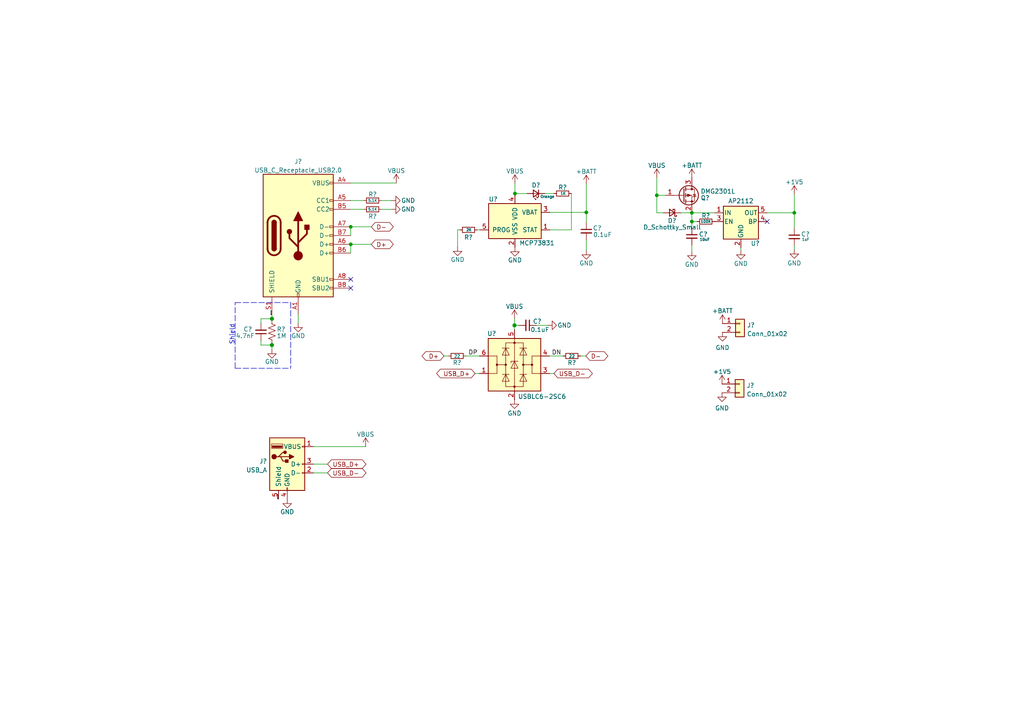
<source format=kicad_sch>
(kicad_sch (version 20211123) (generator eeschema)

  (uuid 79f76148-d7c5-4345-9a8e-15ed794a2481)

  (paper "A4")

  (lib_symbols
    (symbol "Battery_Management:MCP73831-2-OT" (pin_names (offset 1.016)) (in_bom yes) (on_board yes)
      (property "Reference" "U" (id 0) (at -7.62 6.35 0)
        (effects (font (size 1.27 1.27)) (justify left))
      )
      (property "Value" "MCP73831-2-OT" (id 1) (at 1.27 6.35 0)
        (effects (font (size 1.27 1.27)) (justify left))
      )
      (property "Footprint" "Package_TO_SOT_SMD:SOT-23-5" (id 2) (at 1.27 -6.35 0)
        (effects (font (size 1.27 1.27) italic) (justify left) hide)
      )
      (property "Datasheet" "http://ww1.microchip.com/downloads/en/DeviceDoc/20001984g.pdf" (id 3) (at -3.81 -1.27 0)
        (effects (font (size 1.27 1.27)) hide)
      )
      (property "ki_keywords" "battery charger lithium" (id 4) (at 0 0 0)
        (effects (font (size 1.27 1.27)) hide)
      )
      (property "ki_description" "Single cell, Li-Ion/Li-Po charge management controller, 4.20V, Tri-State Status Output, in SOT23-5 package" (id 5) (at 0 0 0)
        (effects (font (size 1.27 1.27)) hide)
      )
      (property "ki_fp_filters" "SOT?23*" (id 6) (at 0 0 0)
        (effects (font (size 1.27 1.27)) hide)
      )
      (symbol "MCP73831-2-OT_0_1"
        (rectangle (start -7.62 5.08) (end 7.62 -5.08)
          (stroke (width 0.254) (type default) (color 0 0 0 0))
          (fill (type background))
        )
      )
      (symbol "MCP73831-2-OT_1_1"
        (pin output line (at 10.16 -2.54 180) (length 2.54)
          (name "STAT" (effects (font (size 1.27 1.27))))
          (number "1" (effects (font (size 1.27 1.27))))
        )
        (pin power_in line (at 0 -7.62 90) (length 2.54)
          (name "VSS" (effects (font (size 1.27 1.27))))
          (number "2" (effects (font (size 1.27 1.27))))
        )
        (pin power_out line (at 10.16 2.54 180) (length 2.54)
          (name "VBAT" (effects (font (size 1.27 1.27))))
          (number "3" (effects (font (size 1.27 1.27))))
        )
        (pin power_in line (at 0 7.62 270) (length 2.54)
          (name "VDD" (effects (font (size 1.27 1.27))))
          (number "4" (effects (font (size 1.27 1.27))))
        )
        (pin input line (at -10.16 -2.54 0) (length 2.54)
          (name "PROG" (effects (font (size 1.27 1.27))))
          (number "5" (effects (font (size 1.27 1.27))))
        )
      )
    )
    (symbol "Connector:USB_A" (pin_names (offset 1.016)) (in_bom yes) (on_board yes)
      (property "Reference" "J" (id 0) (at -5.08 11.43 0)
        (effects (font (size 1.27 1.27)) (justify left))
      )
      (property "Value" "USB_A" (id 1) (at -5.08 8.89 0)
        (effects (font (size 1.27 1.27)) (justify left))
      )
      (property "Footprint" "" (id 2) (at 3.81 -1.27 0)
        (effects (font (size 1.27 1.27)) hide)
      )
      (property "Datasheet" " ~" (id 3) (at 3.81 -1.27 0)
        (effects (font (size 1.27 1.27)) hide)
      )
      (property "ki_keywords" "connector USB" (id 4) (at 0 0 0)
        (effects (font (size 1.27 1.27)) hide)
      )
      (property "ki_description" "USB Type A connector" (id 5) (at 0 0 0)
        (effects (font (size 1.27 1.27)) hide)
      )
      (property "ki_fp_filters" "USB*" (id 6) (at 0 0 0)
        (effects (font (size 1.27 1.27)) hide)
      )
      (symbol "USB_A_0_1"
        (rectangle (start -5.08 -7.62) (end 5.08 7.62)
          (stroke (width 0.254) (type default) (color 0 0 0 0))
          (fill (type background))
        )
        (circle (center -3.81 2.159) (radius 0.635)
          (stroke (width 0.254) (type default) (color 0 0 0 0))
          (fill (type outline))
        )
        (rectangle (start -1.524 4.826) (end -4.318 5.334)
          (stroke (width 0) (type default) (color 0 0 0 0))
          (fill (type outline))
        )
        (rectangle (start -1.27 4.572) (end -4.572 5.842)
          (stroke (width 0) (type default) (color 0 0 0 0))
          (fill (type none))
        )
        (circle (center -0.635 3.429) (radius 0.381)
          (stroke (width 0.254) (type default) (color 0 0 0 0))
          (fill (type outline))
        )
        (rectangle (start -0.127 -7.62) (end 0.127 -6.858)
          (stroke (width 0) (type default) (color 0 0 0 0))
          (fill (type none))
        )
        (polyline
          (pts
            (xy -3.175 2.159)
            (xy -2.54 2.159)
            (xy -1.27 3.429)
            (xy -0.635 3.429)
          )
          (stroke (width 0.254) (type default) (color 0 0 0 0))
          (fill (type none))
        )
        (polyline
          (pts
            (xy -2.54 2.159)
            (xy -1.905 2.159)
            (xy -1.27 0.889)
            (xy 0 0.889)
          )
          (stroke (width 0.254) (type default) (color 0 0 0 0))
          (fill (type none))
        )
        (polyline
          (pts
            (xy 0.635 2.794)
            (xy 0.635 1.524)
            (xy 1.905 2.159)
            (xy 0.635 2.794)
          )
          (stroke (width 0.254) (type default) (color 0 0 0 0))
          (fill (type outline))
        )
        (rectangle (start 0.254 1.27) (end -0.508 0.508)
          (stroke (width 0.254) (type default) (color 0 0 0 0))
          (fill (type outline))
        )
        (rectangle (start 5.08 -2.667) (end 4.318 -2.413)
          (stroke (width 0) (type default) (color 0 0 0 0))
          (fill (type none))
        )
        (rectangle (start 5.08 -0.127) (end 4.318 0.127)
          (stroke (width 0) (type default) (color 0 0 0 0))
          (fill (type none))
        )
        (rectangle (start 5.08 4.953) (end 4.318 5.207)
          (stroke (width 0) (type default) (color 0 0 0 0))
          (fill (type none))
        )
      )
      (symbol "USB_A_1_1"
        (polyline
          (pts
            (xy -1.905 2.159)
            (xy 0.635 2.159)
          )
          (stroke (width 0.254) (type default) (color 0 0 0 0))
          (fill (type none))
        )
        (pin power_in line (at 7.62 5.08 180) (length 2.54)
          (name "VBUS" (effects (font (size 1.27 1.27))))
          (number "1" (effects (font (size 1.27 1.27))))
        )
        (pin bidirectional line (at 7.62 -2.54 180) (length 2.54)
          (name "D-" (effects (font (size 1.27 1.27))))
          (number "2" (effects (font (size 1.27 1.27))))
        )
        (pin bidirectional line (at 7.62 0 180) (length 2.54)
          (name "D+" (effects (font (size 1.27 1.27))))
          (number "3" (effects (font (size 1.27 1.27))))
        )
        (pin power_in line (at 0 -10.16 90) (length 2.54)
          (name "GND" (effects (font (size 1.27 1.27))))
          (number "4" (effects (font (size 1.27 1.27))))
        )
        (pin passive line (at -2.54 -10.16 90) (length 2.54)
          (name "Shield" (effects (font (size 1.27 1.27))))
          (number "5" (effects (font (size 1.27 1.27))))
        )
      )
    )
    (symbol "Connector:USB_C_Receptacle_USB2.0" (pin_names (offset 1.016)) (in_bom yes) (on_board yes)
      (property "Reference" "J" (id 0) (at -10.16 19.05 0)
        (effects (font (size 1.27 1.27)) (justify left))
      )
      (property "Value" "USB_C_Receptacle_USB2.0" (id 1) (at 19.05 19.05 0)
        (effects (font (size 1.27 1.27)) (justify right))
      )
      (property "Footprint" "" (id 2) (at 3.81 0 0)
        (effects (font (size 1.27 1.27)) hide)
      )
      (property "Datasheet" "https://www.usb.org/sites/default/files/documents/usb_type-c.zip" (id 3) (at 3.81 0 0)
        (effects (font (size 1.27 1.27)) hide)
      )
      (property "ki_keywords" "usb universal serial bus type-C USB2.0" (id 4) (at 0 0 0)
        (effects (font (size 1.27 1.27)) hide)
      )
      (property "ki_description" "USB 2.0-only Type-C Receptacle connector" (id 5) (at 0 0 0)
        (effects (font (size 1.27 1.27)) hide)
      )
      (property "ki_fp_filters" "USB*C*Receptacle*" (id 6) (at 0 0 0)
        (effects (font (size 1.27 1.27)) hide)
      )
      (symbol "USB_C_Receptacle_USB2.0_0_0"
        (rectangle (start -0.254 -17.78) (end 0.254 -16.764)
          (stroke (width 0) (type default) (color 0 0 0 0))
          (fill (type none))
        )
        (rectangle (start 10.16 -14.986) (end 9.144 -15.494)
          (stroke (width 0) (type default) (color 0 0 0 0))
          (fill (type none))
        )
        (rectangle (start 10.16 -12.446) (end 9.144 -12.954)
          (stroke (width 0) (type default) (color 0 0 0 0))
          (fill (type none))
        )
        (rectangle (start 10.16 -4.826) (end 9.144 -5.334)
          (stroke (width 0) (type default) (color 0 0 0 0))
          (fill (type none))
        )
        (rectangle (start 10.16 -2.286) (end 9.144 -2.794)
          (stroke (width 0) (type default) (color 0 0 0 0))
          (fill (type none))
        )
        (rectangle (start 10.16 0.254) (end 9.144 -0.254)
          (stroke (width 0) (type default) (color 0 0 0 0))
          (fill (type none))
        )
        (rectangle (start 10.16 2.794) (end 9.144 2.286)
          (stroke (width 0) (type default) (color 0 0 0 0))
          (fill (type none))
        )
        (rectangle (start 10.16 7.874) (end 9.144 7.366)
          (stroke (width 0) (type default) (color 0 0 0 0))
          (fill (type none))
        )
        (rectangle (start 10.16 10.414) (end 9.144 9.906)
          (stroke (width 0) (type default) (color 0 0 0 0))
          (fill (type none))
        )
        (rectangle (start 10.16 15.494) (end 9.144 14.986)
          (stroke (width 0) (type default) (color 0 0 0 0))
          (fill (type none))
        )
      )
      (symbol "USB_C_Receptacle_USB2.0_0_1"
        (rectangle (start -10.16 17.78) (end 10.16 -17.78)
          (stroke (width 0.254) (type default) (color 0 0 0 0))
          (fill (type background))
        )
        (arc (start -8.89 -3.81) (mid -6.985 -5.715) (end -5.08 -3.81)
          (stroke (width 0.508) (type default) (color 0 0 0 0))
          (fill (type none))
        )
        (arc (start -7.62 -3.81) (mid -6.985 -4.445) (end -6.35 -3.81)
          (stroke (width 0.254) (type default) (color 0 0 0 0))
          (fill (type none))
        )
        (arc (start -7.62 -3.81) (mid -6.985 -4.445) (end -6.35 -3.81)
          (stroke (width 0.254) (type default) (color 0 0 0 0))
          (fill (type outline))
        )
        (rectangle (start -7.62 -3.81) (end -6.35 3.81)
          (stroke (width 0.254) (type default) (color 0 0 0 0))
          (fill (type outline))
        )
        (arc (start -6.35 3.81) (mid -6.985 4.445) (end -7.62 3.81)
          (stroke (width 0.254) (type default) (color 0 0 0 0))
          (fill (type none))
        )
        (arc (start -6.35 3.81) (mid -6.985 4.445) (end -7.62 3.81)
          (stroke (width 0.254) (type default) (color 0 0 0 0))
          (fill (type outline))
        )
        (arc (start -5.08 3.81) (mid -6.985 5.715) (end -8.89 3.81)
          (stroke (width 0.508) (type default) (color 0 0 0 0))
          (fill (type none))
        )
        (circle (center -2.54 1.143) (radius 0.635)
          (stroke (width 0.254) (type default) (color 0 0 0 0))
          (fill (type outline))
        )
        (circle (center 0 -5.842) (radius 1.27)
          (stroke (width 0) (type default) (color 0 0 0 0))
          (fill (type outline))
        )
        (polyline
          (pts
            (xy -8.89 -3.81)
            (xy -8.89 3.81)
          )
          (stroke (width 0.508) (type default) (color 0 0 0 0))
          (fill (type none))
        )
        (polyline
          (pts
            (xy -5.08 3.81)
            (xy -5.08 -3.81)
          )
          (stroke (width 0.508) (type default) (color 0 0 0 0))
          (fill (type none))
        )
        (polyline
          (pts
            (xy 0 -5.842)
            (xy 0 4.318)
          )
          (stroke (width 0.508) (type default) (color 0 0 0 0))
          (fill (type none))
        )
        (polyline
          (pts
            (xy 0 -3.302)
            (xy -2.54 -0.762)
            (xy -2.54 0.508)
          )
          (stroke (width 0.508) (type default) (color 0 0 0 0))
          (fill (type none))
        )
        (polyline
          (pts
            (xy 0 -2.032)
            (xy 2.54 0.508)
            (xy 2.54 1.778)
          )
          (stroke (width 0.508) (type default) (color 0 0 0 0))
          (fill (type none))
        )
        (polyline
          (pts
            (xy -1.27 4.318)
            (xy 0 6.858)
            (xy 1.27 4.318)
            (xy -1.27 4.318)
          )
          (stroke (width 0.254) (type default) (color 0 0 0 0))
          (fill (type outline))
        )
        (rectangle (start 1.905 1.778) (end 3.175 3.048)
          (stroke (width 0.254) (type default) (color 0 0 0 0))
          (fill (type outline))
        )
      )
      (symbol "USB_C_Receptacle_USB2.0_1_1"
        (pin passive line (at 0 -22.86 90) (length 5.08)
          (name "GND" (effects (font (size 1.27 1.27))))
          (number "A1" (effects (font (size 1.27 1.27))))
        )
        (pin passive line (at 0 -22.86 90) (length 5.08) hide
          (name "GND" (effects (font (size 1.27 1.27))))
          (number "A12" (effects (font (size 1.27 1.27))))
        )
        (pin passive line (at 15.24 15.24 180) (length 5.08)
          (name "VBUS" (effects (font (size 1.27 1.27))))
          (number "A4" (effects (font (size 1.27 1.27))))
        )
        (pin bidirectional line (at 15.24 10.16 180) (length 5.08)
          (name "CC1" (effects (font (size 1.27 1.27))))
          (number "A5" (effects (font (size 1.27 1.27))))
        )
        (pin bidirectional line (at 15.24 -2.54 180) (length 5.08)
          (name "D+" (effects (font (size 1.27 1.27))))
          (number "A6" (effects (font (size 1.27 1.27))))
        )
        (pin bidirectional line (at 15.24 2.54 180) (length 5.08)
          (name "D-" (effects (font (size 1.27 1.27))))
          (number "A7" (effects (font (size 1.27 1.27))))
        )
        (pin bidirectional line (at 15.24 -12.7 180) (length 5.08)
          (name "SBU1" (effects (font (size 1.27 1.27))))
          (number "A8" (effects (font (size 1.27 1.27))))
        )
        (pin passive line (at 15.24 15.24 180) (length 5.08) hide
          (name "VBUS" (effects (font (size 1.27 1.27))))
          (number "A9" (effects (font (size 1.27 1.27))))
        )
        (pin passive line (at 0 -22.86 90) (length 5.08) hide
          (name "GND" (effects (font (size 1.27 1.27))))
          (number "B1" (effects (font (size 1.27 1.27))))
        )
        (pin passive line (at 0 -22.86 90) (length 5.08) hide
          (name "GND" (effects (font (size 1.27 1.27))))
          (number "B12" (effects (font (size 1.27 1.27))))
        )
        (pin passive line (at 15.24 15.24 180) (length 5.08) hide
          (name "VBUS" (effects (font (size 1.27 1.27))))
          (number "B4" (effects (font (size 1.27 1.27))))
        )
        (pin bidirectional line (at 15.24 7.62 180) (length 5.08)
          (name "CC2" (effects (font (size 1.27 1.27))))
          (number "B5" (effects (font (size 1.27 1.27))))
        )
        (pin bidirectional line (at 15.24 -5.08 180) (length 5.08)
          (name "D+" (effects (font (size 1.27 1.27))))
          (number "B6" (effects (font (size 1.27 1.27))))
        )
        (pin bidirectional line (at 15.24 0 180) (length 5.08)
          (name "D-" (effects (font (size 1.27 1.27))))
          (number "B7" (effects (font (size 1.27 1.27))))
        )
        (pin bidirectional line (at 15.24 -15.24 180) (length 5.08)
          (name "SBU2" (effects (font (size 1.27 1.27))))
          (number "B8" (effects (font (size 1.27 1.27))))
        )
        (pin passive line (at 15.24 15.24 180) (length 5.08) hide
          (name "VBUS" (effects (font (size 1.27 1.27))))
          (number "B9" (effects (font (size 1.27 1.27))))
        )
        (pin passive line (at -7.62 -22.86 90) (length 5.08)
          (name "SHIELD" (effects (font (size 1.27 1.27))))
          (number "S1" (effects (font (size 1.27 1.27))))
        )
      )
    )
    (symbol "Connector_Generic:Conn_01x02" (pin_names (offset 1.016) hide) (in_bom yes) (on_board yes)
      (property "Reference" "J" (id 0) (at 0 2.54 0)
        (effects (font (size 1.27 1.27)))
      )
      (property "Value" "Conn_01x02" (id 1) (at 0 -5.08 0)
        (effects (font (size 1.27 1.27)))
      )
      (property "Footprint" "" (id 2) (at 0 0 0)
        (effects (font (size 1.27 1.27)) hide)
      )
      (property "Datasheet" "~" (id 3) (at 0 0 0)
        (effects (font (size 1.27 1.27)) hide)
      )
      (property "ki_keywords" "connector" (id 4) (at 0 0 0)
        (effects (font (size 1.27 1.27)) hide)
      )
      (property "ki_description" "Generic connector, single row, 01x02, script generated (kicad-library-utils/schlib/autogen/connector/)" (id 5) (at 0 0 0)
        (effects (font (size 1.27 1.27)) hide)
      )
      (property "ki_fp_filters" "Connector*:*_1x??_*" (id 6) (at 0 0 0)
        (effects (font (size 1.27 1.27)) hide)
      )
      (symbol "Conn_01x02_1_1"
        (rectangle (start -1.27 -2.413) (end 0 -2.667)
          (stroke (width 0.1524) (type default) (color 0 0 0 0))
          (fill (type none))
        )
        (rectangle (start -1.27 0.127) (end 0 -0.127)
          (stroke (width 0.1524) (type default) (color 0 0 0 0))
          (fill (type none))
        )
        (rectangle (start -1.27 1.27) (end 1.27 -3.81)
          (stroke (width 0.254) (type default) (color 0 0 0 0))
          (fill (type background))
        )
        (pin passive line (at -5.08 0 0) (length 3.81)
          (name "Pin_1" (effects (font (size 1.27 1.27))))
          (number "1" (effects (font (size 1.27 1.27))))
        )
        (pin passive line (at -5.08 -2.54 0) (length 3.81)
          (name "Pin_2" (effects (font (size 1.27 1.27))))
          (number "2" (effects (font (size 1.27 1.27))))
        )
      )
    )
    (symbol "Device:C_Small" (pin_numbers hide) (pin_names (offset 0.254) hide) (in_bom yes) (on_board yes)
      (property "Reference" "C" (id 0) (at 0.254 1.778 0)
        (effects (font (size 1.27 1.27)) (justify left))
      )
      (property "Value" "C_Small" (id 1) (at 0.254 -2.032 0)
        (effects (font (size 1.27 1.27)) (justify left))
      )
      (property "Footprint" "" (id 2) (at 0 0 0)
        (effects (font (size 1.27 1.27)) hide)
      )
      (property "Datasheet" "~" (id 3) (at 0 0 0)
        (effects (font (size 1.27 1.27)) hide)
      )
      (property "ki_keywords" "capacitor cap" (id 4) (at 0 0 0)
        (effects (font (size 1.27 1.27)) hide)
      )
      (property "ki_description" "Unpolarized capacitor, small symbol" (id 5) (at 0 0 0)
        (effects (font (size 1.27 1.27)) hide)
      )
      (property "ki_fp_filters" "C_*" (id 6) (at 0 0 0)
        (effects (font (size 1.27 1.27)) hide)
      )
      (symbol "C_Small_0_1"
        (polyline
          (pts
            (xy -1.524 -0.508)
            (xy 1.524 -0.508)
          )
          (stroke (width 0.3302) (type default) (color 0 0 0 0))
          (fill (type none))
        )
        (polyline
          (pts
            (xy -1.524 0.508)
            (xy 1.524 0.508)
          )
          (stroke (width 0.3048) (type default) (color 0 0 0 0))
          (fill (type none))
        )
      )
      (symbol "C_Small_1_1"
        (pin passive line (at 0 2.54 270) (length 2.032)
          (name "~" (effects (font (size 1.27 1.27))))
          (number "1" (effects (font (size 1.27 1.27))))
        )
        (pin passive line (at 0 -2.54 90) (length 2.032)
          (name "~" (effects (font (size 1.27 1.27))))
          (number "2" (effects (font (size 1.27 1.27))))
        )
      )
    )
    (symbol "Device:D_Schottky_Small" (pin_numbers hide) (pin_names (offset 0.254) hide) (in_bom yes) (on_board yes)
      (property "Reference" "D" (id 0) (at -1.27 2.032 0)
        (effects (font (size 1.27 1.27)) (justify left))
      )
      (property "Value" "D_Schottky_Small" (id 1) (at -7.112 -2.032 0)
        (effects (font (size 1.27 1.27)) (justify left))
      )
      (property "Footprint" "" (id 2) (at 0 0 90)
        (effects (font (size 1.27 1.27)) hide)
      )
      (property "Datasheet" "~" (id 3) (at 0 0 90)
        (effects (font (size 1.27 1.27)) hide)
      )
      (property "ki_keywords" "diode Schottky" (id 4) (at 0 0 0)
        (effects (font (size 1.27 1.27)) hide)
      )
      (property "ki_description" "Schottky diode, small symbol" (id 5) (at 0 0 0)
        (effects (font (size 1.27 1.27)) hide)
      )
      (property "ki_fp_filters" "TO-???* *_Diode_* *SingleDiode* D_*" (id 6) (at 0 0 0)
        (effects (font (size 1.27 1.27)) hide)
      )
      (symbol "D_Schottky_Small_0_1"
        (polyline
          (pts
            (xy -0.762 0)
            (xy 0.762 0)
          )
          (stroke (width 0) (type default) (color 0 0 0 0))
          (fill (type none))
        )
        (polyline
          (pts
            (xy 0.762 -1.016)
            (xy -0.762 0)
            (xy 0.762 1.016)
            (xy 0.762 -1.016)
          )
          (stroke (width 0.254) (type default) (color 0 0 0 0))
          (fill (type none))
        )
        (polyline
          (pts
            (xy -1.27 0.762)
            (xy -1.27 1.016)
            (xy -0.762 1.016)
            (xy -0.762 -1.016)
            (xy -0.254 -1.016)
            (xy -0.254 -0.762)
          )
          (stroke (width 0.254) (type default) (color 0 0 0 0))
          (fill (type none))
        )
      )
      (symbol "D_Schottky_Small_1_1"
        (pin passive line (at -2.54 0 0) (length 1.778)
          (name "K" (effects (font (size 1.27 1.27))))
          (number "1" (effects (font (size 1.27 1.27))))
        )
        (pin passive line (at 2.54 0 180) (length 1.778)
          (name "A" (effects (font (size 1.27 1.27))))
          (number "2" (effects (font (size 1.27 1.27))))
        )
      )
    )
    (symbol "Device:LED_Small" (pin_numbers hide) (pin_names (offset 0.254) hide) (in_bom yes) (on_board yes)
      (property "Reference" "D" (id 0) (at -1.27 3.175 0)
        (effects (font (size 1.27 1.27)) (justify left))
      )
      (property "Value" "LED_Small" (id 1) (at -4.445 -2.54 0)
        (effects (font (size 1.27 1.27)) (justify left))
      )
      (property "Footprint" "" (id 2) (at 0 0 90)
        (effects (font (size 1.27 1.27)) hide)
      )
      (property "Datasheet" "~" (id 3) (at 0 0 90)
        (effects (font (size 1.27 1.27)) hide)
      )
      (property "ki_keywords" "LED diode light-emitting-diode" (id 4) (at 0 0 0)
        (effects (font (size 1.27 1.27)) hide)
      )
      (property "ki_description" "Light emitting diode, small symbol" (id 5) (at 0 0 0)
        (effects (font (size 1.27 1.27)) hide)
      )
      (property "ki_fp_filters" "LED* LED_SMD:* LED_THT:*" (id 6) (at 0 0 0)
        (effects (font (size 1.27 1.27)) hide)
      )
      (symbol "LED_Small_0_1"
        (polyline
          (pts
            (xy -0.762 -1.016)
            (xy -0.762 1.016)
          )
          (stroke (width 0.254) (type default) (color 0 0 0 0))
          (fill (type none))
        )
        (polyline
          (pts
            (xy 1.016 0)
            (xy -0.762 0)
          )
          (stroke (width 0) (type default) (color 0 0 0 0))
          (fill (type none))
        )
        (polyline
          (pts
            (xy 0.762 -1.016)
            (xy -0.762 0)
            (xy 0.762 1.016)
            (xy 0.762 -1.016)
          )
          (stroke (width 0.254) (type default) (color 0 0 0 0))
          (fill (type none))
        )
        (polyline
          (pts
            (xy 0 0.762)
            (xy -0.508 1.27)
            (xy -0.254 1.27)
            (xy -0.508 1.27)
            (xy -0.508 1.016)
          )
          (stroke (width 0) (type default) (color 0 0 0 0))
          (fill (type none))
        )
        (polyline
          (pts
            (xy 0.508 1.27)
            (xy 0 1.778)
            (xy 0.254 1.778)
            (xy 0 1.778)
            (xy 0 1.524)
          )
          (stroke (width 0) (type default) (color 0 0 0 0))
          (fill (type none))
        )
      )
      (symbol "LED_Small_1_1"
        (pin passive line (at -2.54 0 0) (length 1.778)
          (name "K" (effects (font (size 1.27 1.27))))
          (number "1" (effects (font (size 1.27 1.27))))
        )
        (pin passive line (at 2.54 0 180) (length 1.778)
          (name "A" (effects (font (size 1.27 1.27))))
          (number "2" (effects (font (size 1.27 1.27))))
        )
      )
    )
    (symbol "Device:R_Small" (pin_numbers hide) (pin_names (offset 0.254) hide) (in_bom yes) (on_board yes)
      (property "Reference" "R" (id 0) (at 0.762 0.508 0)
        (effects (font (size 1.27 1.27)) (justify left))
      )
      (property "Value" "R_Small" (id 1) (at 0.762 -1.016 0)
        (effects (font (size 1.27 1.27)) (justify left))
      )
      (property "Footprint" "" (id 2) (at 0 0 0)
        (effects (font (size 1.27 1.27)) hide)
      )
      (property "Datasheet" "~" (id 3) (at 0 0 0)
        (effects (font (size 1.27 1.27)) hide)
      )
      (property "ki_keywords" "R resistor" (id 4) (at 0 0 0)
        (effects (font (size 1.27 1.27)) hide)
      )
      (property "ki_description" "Resistor, small symbol" (id 5) (at 0 0 0)
        (effects (font (size 1.27 1.27)) hide)
      )
      (property "ki_fp_filters" "R_*" (id 6) (at 0 0 0)
        (effects (font (size 1.27 1.27)) hide)
      )
      (symbol "R_Small_0_1"
        (rectangle (start -0.762 1.778) (end 0.762 -1.778)
          (stroke (width 0.2032) (type default) (color 0 0 0 0))
          (fill (type none))
        )
      )
      (symbol "R_Small_1_1"
        (pin passive line (at 0 2.54 270) (length 0.762)
          (name "~" (effects (font (size 1.27 1.27))))
          (number "1" (effects (font (size 1.27 1.27))))
        )
        (pin passive line (at 0 -2.54 90) (length 0.762)
          (name "~" (effects (font (size 1.27 1.27))))
          (number "2" (effects (font (size 1.27 1.27))))
        )
      )
    )
    (symbol "Device:R_US" (pin_numbers hide) (pin_names (offset 0)) (in_bom yes) (on_board yes)
      (property "Reference" "R" (id 0) (at 2.54 0 90)
        (effects (font (size 1.27 1.27)))
      )
      (property "Value" "R_US" (id 1) (at -2.54 0 90)
        (effects (font (size 1.27 1.27)))
      )
      (property "Footprint" "" (id 2) (at 1.016 -0.254 90)
        (effects (font (size 1.27 1.27)) hide)
      )
      (property "Datasheet" "~" (id 3) (at 0 0 0)
        (effects (font (size 1.27 1.27)) hide)
      )
      (property "ki_keywords" "R res resistor" (id 4) (at 0 0 0)
        (effects (font (size 1.27 1.27)) hide)
      )
      (property "ki_description" "Resistor, US symbol" (id 5) (at 0 0 0)
        (effects (font (size 1.27 1.27)) hide)
      )
      (property "ki_fp_filters" "R_*" (id 6) (at 0 0 0)
        (effects (font (size 1.27 1.27)) hide)
      )
      (symbol "R_US_0_1"
        (polyline
          (pts
            (xy 0 -2.286)
            (xy 0 -2.54)
          )
          (stroke (width 0) (type default) (color 0 0 0 0))
          (fill (type none))
        )
        (polyline
          (pts
            (xy 0 2.286)
            (xy 0 2.54)
          )
          (stroke (width 0) (type default) (color 0 0 0 0))
          (fill (type none))
        )
        (polyline
          (pts
            (xy 0 -0.762)
            (xy 1.016 -1.143)
            (xy 0 -1.524)
            (xy -1.016 -1.905)
            (xy 0 -2.286)
          )
          (stroke (width 0) (type default) (color 0 0 0 0))
          (fill (type none))
        )
        (polyline
          (pts
            (xy 0 0.762)
            (xy 1.016 0.381)
            (xy 0 0)
            (xy -1.016 -0.381)
            (xy 0 -0.762)
          )
          (stroke (width 0) (type default) (color 0 0 0 0))
          (fill (type none))
        )
        (polyline
          (pts
            (xy 0 2.286)
            (xy 1.016 1.905)
            (xy 0 1.524)
            (xy -1.016 1.143)
            (xy 0 0.762)
          )
          (stroke (width 0) (type default) (color 0 0 0 0))
          (fill (type none))
        )
      )
      (symbol "R_US_1_1"
        (pin passive line (at 0 3.81 270) (length 1.27)
          (name "~" (effects (font (size 1.27 1.27))))
          (number "1" (effects (font (size 1.27 1.27))))
        )
        (pin passive line (at 0 -3.81 90) (length 1.27)
          (name "~" (effects (font (size 1.27 1.27))))
          (number "2" (effects (font (size 1.27 1.27))))
        )
      )
    )
    (symbol "Power_Protection:USBLC6-2SC6" (pin_names hide) (in_bom yes) (on_board yes)
      (property "Reference" "U" (id 0) (at 2.54 8.89 0)
        (effects (font (size 1.27 1.27)) (justify left))
      )
      (property "Value" "USBLC6-2SC6" (id 1) (at 2.54 -8.89 0)
        (effects (font (size 1.27 1.27)) (justify left))
      )
      (property "Footprint" "Package_TO_SOT_SMD:SOT-23-6" (id 2) (at 0 -12.7 0)
        (effects (font (size 1.27 1.27)) hide)
      )
      (property "Datasheet" "https://www.st.com/resource/en/datasheet/usblc6-2.pdf" (id 3) (at 5.08 8.89 0)
        (effects (font (size 1.27 1.27)) hide)
      )
      (property "ki_keywords" "usb ethernet video" (id 4) (at 0 0 0)
        (effects (font (size 1.27 1.27)) hide)
      )
      (property "ki_description" "Very low capacitance ESD protection diode, 2 data-line, SOT-23-6" (id 5) (at 0 0 0)
        (effects (font (size 1.27 1.27)) hide)
      )
      (property "ki_fp_filters" "SOT?23*" (id 6) (at 0 0 0)
        (effects (font (size 1.27 1.27)) hide)
      )
      (symbol "USBLC6-2SC6_0_1"
        (rectangle (start -7.62 -7.62) (end 7.62 7.62)
          (stroke (width 0.254) (type default) (color 0 0 0 0))
          (fill (type background))
        )
        (circle (center -5.08 0) (radius 0.254)
          (stroke (width 0) (type default) (color 0 0 0 0))
          (fill (type outline))
        )
        (circle (center -2.54 0) (radius 0.254)
          (stroke (width 0) (type default) (color 0 0 0 0))
          (fill (type outline))
        )
        (rectangle (start -2.54 6.35) (end 2.54 -6.35)
          (stroke (width 0) (type default) (color 0 0 0 0))
          (fill (type none))
        )
        (circle (center 0 -6.35) (radius 0.254)
          (stroke (width 0) (type default) (color 0 0 0 0))
          (fill (type outline))
        )
        (polyline
          (pts
            (xy -5.08 -2.54)
            (xy -7.62 -2.54)
          )
          (stroke (width 0) (type default) (color 0 0 0 0))
          (fill (type none))
        )
        (polyline
          (pts
            (xy -5.08 0)
            (xy -5.08 -2.54)
          )
          (stroke (width 0) (type default) (color 0 0 0 0))
          (fill (type none))
        )
        (polyline
          (pts
            (xy -5.08 2.54)
            (xy -7.62 2.54)
          )
          (stroke (width 0) (type default) (color 0 0 0 0))
          (fill (type none))
        )
        (polyline
          (pts
            (xy -1.524 -2.794)
            (xy -3.556 -2.794)
          )
          (stroke (width 0) (type default) (color 0 0 0 0))
          (fill (type none))
        )
        (polyline
          (pts
            (xy -1.524 4.826)
            (xy -3.556 4.826)
          )
          (stroke (width 0) (type default) (color 0 0 0 0))
          (fill (type none))
        )
        (polyline
          (pts
            (xy 0 -7.62)
            (xy 0 -6.35)
          )
          (stroke (width 0) (type default) (color 0 0 0 0))
          (fill (type none))
        )
        (polyline
          (pts
            (xy 0 -6.35)
            (xy 0 1.27)
          )
          (stroke (width 0) (type default) (color 0 0 0 0))
          (fill (type none))
        )
        (polyline
          (pts
            (xy 0 1.27)
            (xy 0 6.35)
          )
          (stroke (width 0) (type default) (color 0 0 0 0))
          (fill (type none))
        )
        (polyline
          (pts
            (xy 0 6.35)
            (xy 0 7.62)
          )
          (stroke (width 0) (type default) (color 0 0 0 0))
          (fill (type none))
        )
        (polyline
          (pts
            (xy 1.524 -2.794)
            (xy 3.556 -2.794)
          )
          (stroke (width 0) (type default) (color 0 0 0 0))
          (fill (type none))
        )
        (polyline
          (pts
            (xy 1.524 4.826)
            (xy 3.556 4.826)
          )
          (stroke (width 0) (type default) (color 0 0 0 0))
          (fill (type none))
        )
        (polyline
          (pts
            (xy 5.08 -2.54)
            (xy 7.62 -2.54)
          )
          (stroke (width 0) (type default) (color 0 0 0 0))
          (fill (type none))
        )
        (polyline
          (pts
            (xy 5.08 0)
            (xy 5.08 -2.54)
          )
          (stroke (width 0) (type default) (color 0 0 0 0))
          (fill (type none))
        )
        (polyline
          (pts
            (xy 5.08 2.54)
            (xy 7.62 2.54)
          )
          (stroke (width 0) (type default) (color 0 0 0 0))
          (fill (type none))
        )
        (polyline
          (pts
            (xy -2.54 0)
            (xy -5.08 0)
            (xy -5.08 2.54)
          )
          (stroke (width 0) (type default) (color 0 0 0 0))
          (fill (type none))
        )
        (polyline
          (pts
            (xy 2.54 0)
            (xy 5.08 0)
            (xy 5.08 2.54)
          )
          (stroke (width 0) (type default) (color 0 0 0 0))
          (fill (type none))
        )
        (polyline
          (pts
            (xy -3.556 -4.826)
            (xy -1.524 -4.826)
            (xy -2.54 -2.794)
            (xy -3.556 -4.826)
          )
          (stroke (width 0) (type default) (color 0 0 0 0))
          (fill (type none))
        )
        (polyline
          (pts
            (xy -3.556 2.794)
            (xy -1.524 2.794)
            (xy -2.54 4.826)
            (xy -3.556 2.794)
          )
          (stroke (width 0) (type default) (color 0 0 0 0))
          (fill (type none))
        )
        (polyline
          (pts
            (xy -1.016 -1.016)
            (xy 1.016 -1.016)
            (xy 0 1.016)
            (xy -1.016 -1.016)
          )
          (stroke (width 0) (type default) (color 0 0 0 0))
          (fill (type none))
        )
        (polyline
          (pts
            (xy 1.016 1.016)
            (xy 0.762 1.016)
            (xy -1.016 1.016)
            (xy -1.016 0.508)
          )
          (stroke (width 0) (type default) (color 0 0 0 0))
          (fill (type none))
        )
        (polyline
          (pts
            (xy 3.556 -4.826)
            (xy 1.524 -4.826)
            (xy 2.54 -2.794)
            (xy 3.556 -4.826)
          )
          (stroke (width 0) (type default) (color 0 0 0 0))
          (fill (type none))
        )
        (polyline
          (pts
            (xy 3.556 2.794)
            (xy 1.524 2.794)
            (xy 2.54 4.826)
            (xy 3.556 2.794)
          )
          (stroke (width 0) (type default) (color 0 0 0 0))
          (fill (type none))
        )
        (circle (center 0 6.35) (radius 0.254)
          (stroke (width 0) (type default) (color 0 0 0 0))
          (fill (type outline))
        )
        (circle (center 2.54 0) (radius 0.254)
          (stroke (width 0) (type default) (color 0 0 0 0))
          (fill (type outline))
        )
        (circle (center 5.08 0) (radius 0.254)
          (stroke (width 0) (type default) (color 0 0 0 0))
          (fill (type outline))
        )
      )
      (symbol "USBLC6-2SC6_1_1"
        (pin passive line (at -10.16 -2.54 0) (length 2.54)
          (name "I/O1" (effects (font (size 1.27 1.27))))
          (number "1" (effects (font (size 1.27 1.27))))
        )
        (pin passive line (at 0 -10.16 90) (length 2.54)
          (name "GND" (effects (font (size 1.27 1.27))))
          (number "2" (effects (font (size 1.27 1.27))))
        )
        (pin passive line (at 10.16 -2.54 180) (length 2.54)
          (name "I/O2" (effects (font (size 1.27 1.27))))
          (number "3" (effects (font (size 1.27 1.27))))
        )
        (pin passive line (at 10.16 2.54 180) (length 2.54)
          (name "I/O2" (effects (font (size 1.27 1.27))))
          (number "4" (effects (font (size 1.27 1.27))))
        )
        (pin passive line (at 0 10.16 270) (length 2.54)
          (name "VBUS" (effects (font (size 1.27 1.27))))
          (number "5" (effects (font (size 1.27 1.27))))
        )
        (pin passive line (at -10.16 2.54 0) (length 2.54)
          (name "I/O1" (effects (font (size 1.27 1.27))))
          (number "6" (effects (font (size 1.27 1.27))))
        )
      )
    )
    (symbol "Regulator_Linear:SPX3819M5-L-3-3" (pin_names (offset 0.254)) (in_bom yes) (on_board yes)
      (property "Reference" "U" (id 0) (at -3.81 5.715 0)
        (effects (font (size 1.27 1.27)))
      )
      (property "Value" "SPX3819M5-L-3-3" (id 1) (at 0 5.715 0)
        (effects (font (size 1.27 1.27)) (justify left))
      )
      (property "Footprint" "Package_TO_SOT_SMD:SOT-23-5" (id 2) (at 0 8.255 0)
        (effects (font (size 1.27 1.27)) hide)
      )
      (property "Datasheet" "https://www.exar.com/content/document.ashx?id=22106&languageid=1033&type=Datasheet&partnumber=SPX3819&filename=SPX3819.pdf&part=SPX3819" (id 3) (at 0 0 0)
        (effects (font (size 1.27 1.27)) hide)
      )
      (property "ki_keywords" "REGULATOR LDO 3.3V" (id 4) (at 0 0 0)
        (effects (font (size 1.27 1.27)) hide)
      )
      (property "ki_description" "500mA Low drop-out regulator, Fixed Output 3.3V, SOT-23-5" (id 5) (at 0 0 0)
        (effects (font (size 1.27 1.27)) hide)
      )
      (property "ki_fp_filters" "SOT?23*" (id 6) (at 0 0 0)
        (effects (font (size 1.27 1.27)) hide)
      )
      (symbol "SPX3819M5-L-3-3_0_1"
        (rectangle (start -5.08 4.445) (end 5.08 -5.08)
          (stroke (width 0.254) (type default) (color 0 0 0 0))
          (fill (type background))
        )
      )
      (symbol "SPX3819M5-L-3-3_1_1"
        (pin power_in line (at -7.62 2.54 0) (length 2.54)
          (name "IN" (effects (font (size 1.27 1.27))))
          (number "1" (effects (font (size 1.27 1.27))))
        )
        (pin power_in line (at 0 -7.62 90) (length 2.54)
          (name "GND" (effects (font (size 1.27 1.27))))
          (number "2" (effects (font (size 1.27 1.27))))
        )
        (pin input line (at -7.62 0 0) (length 2.54)
          (name "EN" (effects (font (size 1.27 1.27))))
          (number "3" (effects (font (size 1.27 1.27))))
        )
        (pin input line (at 7.62 0 180) (length 2.54)
          (name "BP" (effects (font (size 1.27 1.27))))
          (number "4" (effects (font (size 1.27 1.27))))
        )
        (pin power_out line (at 7.62 2.54 180) (length 2.54)
          (name "OUT" (effects (font (size 1.27 1.27))))
          (number "5" (effects (font (size 1.27 1.27))))
        )
      )
    )
    (symbol "Transistor_FET:DMG2301L" (pin_names hide) (in_bom yes) (on_board yes)
      (property "Reference" "Q" (id 0) (at 5.08 1.905 0)
        (effects (font (size 1.27 1.27)) (justify left))
      )
      (property "Value" "DMG2301L" (id 1) (at 5.08 0 0)
        (effects (font (size 1.27 1.27)) (justify left))
      )
      (property "Footprint" "Package_TO_SOT_SMD:SOT-23" (id 2) (at 5.08 -1.905 0)
        (effects (font (size 1.27 1.27) italic) (justify left) hide)
      )
      (property "Datasheet" "https://www.diodes.com/assets/Datasheets/DMG2301L.pdf" (id 3) (at 0 0 0)
        (effects (font (size 1.27 1.27)) (justify left) hide)
      )
      (property "ki_keywords" "P-Channel MOSFET" (id 4) (at 0 0 0)
        (effects (font (size 1.27 1.27)) hide)
      )
      (property "ki_description" "-3A Id, -20V Vds, P-Channel MOSFET, SOT-23" (id 5) (at 0 0 0)
        (effects (font (size 1.27 1.27)) hide)
      )
      (property "ki_fp_filters" "SOT?23*" (id 6) (at 0 0 0)
        (effects (font (size 1.27 1.27)) hide)
      )
      (symbol "DMG2301L_0_1"
        (polyline
          (pts
            (xy 0.254 0)
            (xy -2.54 0)
          )
          (stroke (width 0) (type default) (color 0 0 0 0))
          (fill (type none))
        )
        (polyline
          (pts
            (xy 0.254 1.905)
            (xy 0.254 -1.905)
          )
          (stroke (width 0.254) (type default) (color 0 0 0 0))
          (fill (type none))
        )
        (polyline
          (pts
            (xy 0.762 -1.27)
            (xy 0.762 -2.286)
          )
          (stroke (width 0.254) (type default) (color 0 0 0 0))
          (fill (type none))
        )
        (polyline
          (pts
            (xy 0.762 0.508)
            (xy 0.762 -0.508)
          )
          (stroke (width 0.254) (type default) (color 0 0 0 0))
          (fill (type none))
        )
        (polyline
          (pts
            (xy 0.762 2.286)
            (xy 0.762 1.27)
          )
          (stroke (width 0.254) (type default) (color 0 0 0 0))
          (fill (type none))
        )
        (polyline
          (pts
            (xy 2.54 2.54)
            (xy 2.54 1.778)
          )
          (stroke (width 0) (type default) (color 0 0 0 0))
          (fill (type none))
        )
        (polyline
          (pts
            (xy 2.54 -2.54)
            (xy 2.54 0)
            (xy 0.762 0)
          )
          (stroke (width 0) (type default) (color 0 0 0 0))
          (fill (type none))
        )
        (polyline
          (pts
            (xy 0.762 1.778)
            (xy 3.302 1.778)
            (xy 3.302 -1.778)
            (xy 0.762 -1.778)
          )
          (stroke (width 0) (type default) (color 0 0 0 0))
          (fill (type none))
        )
        (polyline
          (pts
            (xy 2.286 0)
            (xy 1.27 0.381)
            (xy 1.27 -0.381)
            (xy 2.286 0)
          )
          (stroke (width 0) (type default) (color 0 0 0 0))
          (fill (type outline))
        )
        (polyline
          (pts
            (xy 2.794 -0.508)
            (xy 2.921 -0.381)
            (xy 3.683 -0.381)
            (xy 3.81 -0.254)
          )
          (stroke (width 0) (type default) (color 0 0 0 0))
          (fill (type none))
        )
        (polyline
          (pts
            (xy 3.302 -0.381)
            (xy 2.921 0.254)
            (xy 3.683 0.254)
            (xy 3.302 -0.381)
          )
          (stroke (width 0) (type default) (color 0 0 0 0))
          (fill (type none))
        )
        (circle (center 1.651 0) (radius 2.794)
          (stroke (width 0.254) (type default) (color 0 0 0 0))
          (fill (type none))
        )
        (circle (center 2.54 -1.778) (radius 0.254)
          (stroke (width 0) (type default) (color 0 0 0 0))
          (fill (type outline))
        )
        (circle (center 2.54 1.778) (radius 0.254)
          (stroke (width 0) (type default) (color 0 0 0 0))
          (fill (type outline))
        )
      )
      (symbol "DMG2301L_1_1"
        (pin input line (at -5.08 0 0) (length 2.54)
          (name "G" (effects (font (size 1.27 1.27))))
          (number "1" (effects (font (size 1.27 1.27))))
        )
        (pin passive line (at 2.54 -5.08 90) (length 2.54)
          (name "S" (effects (font (size 1.27 1.27))))
          (number "2" (effects (font (size 1.27 1.27))))
        )
        (pin passive line (at 2.54 5.08 270) (length 2.54)
          (name "D" (effects (font (size 1.27 1.27))))
          (number "3" (effects (font (size 1.27 1.27))))
        )
      )
    )
    (symbol "power:+1V5" (power) (pin_names (offset 0)) (in_bom yes) (on_board yes)
      (property "Reference" "#PWR" (id 0) (at 0 -3.81 0)
        (effects (font (size 1.27 1.27)) hide)
      )
      (property "Value" "+1V5" (id 1) (at 0 3.556 0)
        (effects (font (size 1.27 1.27)))
      )
      (property "Footprint" "" (id 2) (at 0 0 0)
        (effects (font (size 1.27 1.27)) hide)
      )
      (property "Datasheet" "" (id 3) (at 0 0 0)
        (effects (font (size 1.27 1.27)) hide)
      )
      (property "ki_keywords" "power-flag" (id 4) (at 0 0 0)
        (effects (font (size 1.27 1.27)) hide)
      )
      (property "ki_description" "Power symbol creates a global label with name \"+1V5\"" (id 5) (at 0 0 0)
        (effects (font (size 1.27 1.27)) hide)
      )
      (symbol "+1V5_0_1"
        (polyline
          (pts
            (xy -0.762 1.27)
            (xy 0 2.54)
          )
          (stroke (width 0) (type default) (color 0 0 0 0))
          (fill (type none))
        )
        (polyline
          (pts
            (xy 0 0)
            (xy 0 2.54)
          )
          (stroke (width 0) (type default) (color 0 0 0 0))
          (fill (type none))
        )
        (polyline
          (pts
            (xy 0 2.54)
            (xy 0.762 1.27)
          )
          (stroke (width 0) (type default) (color 0 0 0 0))
          (fill (type none))
        )
      )
      (symbol "+1V5_1_1"
        (pin power_in line (at 0 0 90) (length 0) hide
          (name "+1V5" (effects (font (size 1.27 1.27))))
          (number "1" (effects (font (size 1.27 1.27))))
        )
      )
    )
    (symbol "power:+BATT" (power) (pin_names (offset 0)) (in_bom yes) (on_board yes)
      (property "Reference" "#PWR" (id 0) (at 0 -3.81 0)
        (effects (font (size 1.27 1.27)) hide)
      )
      (property "Value" "+BATT" (id 1) (at 0 3.556 0)
        (effects (font (size 1.27 1.27)))
      )
      (property "Footprint" "" (id 2) (at 0 0 0)
        (effects (font (size 1.27 1.27)) hide)
      )
      (property "Datasheet" "" (id 3) (at 0 0 0)
        (effects (font (size 1.27 1.27)) hide)
      )
      (property "ki_keywords" "power-flag battery" (id 4) (at 0 0 0)
        (effects (font (size 1.27 1.27)) hide)
      )
      (property "ki_description" "Power symbol creates a global label with name \"+BATT\"" (id 5) (at 0 0 0)
        (effects (font (size 1.27 1.27)) hide)
      )
      (symbol "+BATT_0_1"
        (polyline
          (pts
            (xy -0.762 1.27)
            (xy 0 2.54)
          )
          (stroke (width 0) (type default) (color 0 0 0 0))
          (fill (type none))
        )
        (polyline
          (pts
            (xy 0 0)
            (xy 0 2.54)
          )
          (stroke (width 0) (type default) (color 0 0 0 0))
          (fill (type none))
        )
        (polyline
          (pts
            (xy 0 2.54)
            (xy 0.762 1.27)
          )
          (stroke (width 0) (type default) (color 0 0 0 0))
          (fill (type none))
        )
      )
      (symbol "+BATT_1_1"
        (pin power_in line (at 0 0 90) (length 0) hide
          (name "+BATT" (effects (font (size 1.27 1.27))))
          (number "1" (effects (font (size 1.27 1.27))))
        )
      )
    )
    (symbol "power:GND" (power) (pin_names (offset 0)) (in_bom yes) (on_board yes)
      (property "Reference" "#PWR" (id 0) (at 0 -6.35 0)
        (effects (font (size 1.27 1.27)) hide)
      )
      (property "Value" "GND" (id 1) (at 0 -3.81 0)
        (effects (font (size 1.27 1.27)))
      )
      (property "Footprint" "" (id 2) (at 0 0 0)
        (effects (font (size 1.27 1.27)) hide)
      )
      (property "Datasheet" "" (id 3) (at 0 0 0)
        (effects (font (size 1.27 1.27)) hide)
      )
      (property "ki_keywords" "power-flag" (id 4) (at 0 0 0)
        (effects (font (size 1.27 1.27)) hide)
      )
      (property "ki_description" "Power symbol creates a global label with name \"GND\" , ground" (id 5) (at 0 0 0)
        (effects (font (size 1.27 1.27)) hide)
      )
      (symbol "GND_0_1"
        (polyline
          (pts
            (xy 0 0)
            (xy 0 -1.27)
            (xy 1.27 -1.27)
            (xy 0 -2.54)
            (xy -1.27 -1.27)
            (xy 0 -1.27)
          )
          (stroke (width 0) (type default) (color 0 0 0 0))
          (fill (type none))
        )
      )
      (symbol "GND_1_1"
        (pin power_in line (at 0 0 270) (length 0) hide
          (name "GND" (effects (font (size 1.27 1.27))))
          (number "1" (effects (font (size 1.27 1.27))))
        )
      )
    )
    (symbol "power:VBUS" (power) (pin_names (offset 0)) (in_bom yes) (on_board yes)
      (property "Reference" "#PWR" (id 0) (at 0 -3.81 0)
        (effects (font (size 1.27 1.27)) hide)
      )
      (property "Value" "VBUS" (id 1) (at 0 3.81 0)
        (effects (font (size 1.27 1.27)))
      )
      (property "Footprint" "" (id 2) (at 0 0 0)
        (effects (font (size 1.27 1.27)) hide)
      )
      (property "Datasheet" "" (id 3) (at 0 0 0)
        (effects (font (size 1.27 1.27)) hide)
      )
      (property "ki_keywords" "power-flag" (id 4) (at 0 0 0)
        (effects (font (size 1.27 1.27)) hide)
      )
      (property "ki_description" "Power symbol creates a global label with name \"VBUS\"" (id 5) (at 0 0 0)
        (effects (font (size 1.27 1.27)) hide)
      )
      (symbol "VBUS_0_1"
        (polyline
          (pts
            (xy -0.762 1.27)
            (xy 0 2.54)
          )
          (stroke (width 0) (type default) (color 0 0 0 0))
          (fill (type none))
        )
        (polyline
          (pts
            (xy 0 0)
            (xy 0 2.54)
          )
          (stroke (width 0) (type default) (color 0 0 0 0))
          (fill (type none))
        )
        (polyline
          (pts
            (xy 0 2.54)
            (xy 0.762 1.27)
          )
          (stroke (width 0) (type default) (color 0 0 0 0))
          (fill (type none))
        )
      )
      (symbol "VBUS_1_1"
        (pin power_in line (at 0 0 90) (length 0) hide
          (name "VBUS" (effects (font (size 1.27 1.27))))
          (number "1" (effects (font (size 1.27 1.27))))
        )
      )
    )
  )

  (junction (at 149.352 56.134) (diameter 0) (color 0 0 0 0)
    (uuid 0063d0db-1de6-4199-8f92-506173d36ce5)
  )
  (junction (at 170.053 61.595) (diameter 0) (color 0 0 0 0)
    (uuid 03821023-8896-4198-a962-e6aeab045d6c)
  )
  (junction (at 101.727 70.866) (diameter 0) (color 0 0 0 0)
    (uuid 113d2e07-ad63-44db-90bc-7abeb321581d)
  )
  (junction (at 78.867 92.456) (diameter 1.016) (color 0 0 0 0)
    (uuid 38a49008-1b26-4851-bfd7-3cc37620231f)
  )
  (junction (at 78.867 100.076) (diameter 1.016) (color 0 0 0 0)
    (uuid 5bb9f4ba-d50c-40df-8b85-c4cd4d834fb9)
  )
  (junction (at 101.727 65.786) (diameter 0) (color 0 0 0 0)
    (uuid 5f4b4ae1-4de3-4122-8e05-fb4646f0ddab)
  )
  (junction (at 230.378 61.722) (diameter 0) (color 0 0 0 0)
    (uuid 7c040257-84f2-4283-b16b-99448194d096)
  )
  (junction (at 200.66 64.262) (diameter 0) (color 0 0 0 0)
    (uuid 879148f8-8a7b-4712-9a85-4e4c1de69274)
  )
  (junction (at 149.225 94.361) (diameter 1.016) (color 0 0 0 0)
    (uuid d2352ecd-0f72-4c95-883f-86a9f5096b85)
  )
  (junction (at 200.66 61.722) (diameter 0) (color 0 0 0 0)
    (uuid df345d00-b9ed-4d13-ae09-0bdc376e9036)
  )
  (junction (at 190.5 56.642) (diameter 0) (color 0 0 0 0)
    (uuid e31d8e9a-7cfd-4b59-88ca-f7bff5609f04)
  )

  (no_connect (at 101.727 81.026) (uuid 0339a074-c8a3-404a-8392-e0e2d15df301))
  (no_connect (at 101.727 83.566) (uuid 97b55f03-6198-4218-8088-d3f4f7486eec))
  (no_connect (at 222.504 64.262) (uuid c1ad0e2c-14f6-4809-beef-762646d2d5ff))

  (wire (pts (xy 78.867 100.076) (xy 78.867 101.346))
    (stroke (width 0) (type solid) (color 0 0 0 0))
    (uuid 02449d6c-899f-496c-b7ed-8d25158fe9fb)
  )
  (wire (pts (xy 200.66 61.722) (xy 200.66 64.262))
    (stroke (width 0) (type default) (color 0 0 0 0))
    (uuid 053fb2ee-e6b1-4c42-8037-cf01517d3b34)
  )
  (wire (pts (xy 113.538 58.166) (xy 110.617 58.166))
    (stroke (width 0) (type default) (color 0 0 0 0))
    (uuid 09ef027a-3f06-41c2-94e9-4827422ca9c5)
  )
  (wire (pts (xy 149.352 56.134) (xy 149.352 56.515))
    (stroke (width 0) (type default) (color 0 0 0 0))
    (uuid 1397de3d-3457-4131-a6b9-adec8f74e35f)
  )
  (wire (pts (xy 150.495 94.361) (xy 149.225 94.361))
    (stroke (width 0) (type solid) (color 0 0 0 0))
    (uuid 13c67534-0750-42da-beae-97f30023883b)
  )
  (wire (pts (xy 138.43 66.675) (xy 139.192 66.675))
    (stroke (width 0) (type default) (color 0 0 0 0))
    (uuid 1aad1bd3-f240-4aa4-a315-2df94de13d55)
  )
  (polyline (pts (xy 84.328 87.757) (xy 84.328 106.807))
    (stroke (width 0) (type dash) (color 0 0 0 0))
    (uuid 29866b77-9406-4d79-b55f-8d825cb2ba47)
  )

  (wire (pts (xy 75.692 92.456) (xy 75.692 93.726))
    (stroke (width 0) (type solid) (color 0 0 0 0))
    (uuid 31b3c749-17d1-46fd-b2c1-e69d98867b19)
  )
  (wire (pts (xy 190.5 56.642) (xy 190.5 61.722))
    (stroke (width 0) (type default) (color 0 0 0 0))
    (uuid 3a9b70fd-0b5b-45ce-8aec-04e0f482bdc3)
  )
  (wire (pts (xy 94.996 134.62) (xy 90.932 134.62))
    (stroke (width 0) (type default) (color 0 0 0 0))
    (uuid 3b91535c-e3d2-4e56-81ed-22a25b990602)
  )
  (wire (pts (xy 139.065 103.251) (xy 135.128 103.251))
    (stroke (width 0) (type solid) (color 0 0 0 0))
    (uuid 3e42d429-fb20-4381-a994-2984ee2580d9)
  )
  (polyline (pts (xy 68.199 106.807) (xy 84.328 106.807))
    (stroke (width 0) (type default) (color 0 0 0 0))
    (uuid 3e5eada5-69e3-445d-b684-629b5566be3a)
  )

  (wire (pts (xy 132.715 71.628) (xy 132.715 66.675))
    (stroke (width 0) (type default) (color 0 0 0 0))
    (uuid 4581ae50-a181-4e6b-be9c-7b1966a12590)
  )
  (wire (pts (xy 137.795 108.331) (xy 139.065 108.331))
    (stroke (width 0) (type solid) (color 0 0 0 0))
    (uuid 4b574db5-b9c1-42ed-ab51-7cbeee77c88f)
  )
  (wire (pts (xy 94.996 137.16) (xy 90.932 137.16))
    (stroke (width 0) (type default) (color 0 0 0 0))
    (uuid 544a9ff4-6e1c-42ca-8105-baab677f9965)
  )
  (wire (pts (xy 86.487 91.186) (xy 86.487 93.726))
    (stroke (width 0) (type solid) (color 0 0 0 0))
    (uuid 5b1665ec-b931-435d-808b-5c3a3307b0fd)
  )
  (wire (pts (xy 170.053 64.516) (xy 170.053 61.595))
    (stroke (width 0) (type default) (color 0 0 0 0))
    (uuid 5b72b39f-2f13-4ce4-af03-bdede523d138)
  )
  (wire (pts (xy 132.715 66.675) (xy 133.35 66.675))
    (stroke (width 0) (type default) (color 0 0 0 0))
    (uuid 5e8af99d-e041-4665-915e-bf8330f979a0)
  )
  (wire (pts (xy 78.867 92.456) (xy 75.692 92.456))
    (stroke (width 0) (type solid) (color 0 0 0 0))
    (uuid 6392388c-8683-4cf9-88ce-9e2e2ef2a010)
  )
  (wire (pts (xy 165.735 66.675) (xy 159.512 66.675))
    (stroke (width 0) (type default) (color 0 0 0 0))
    (uuid 64c4a7ac-e91b-415c-9499-63c1c784fa65)
  )
  (wire (pts (xy 230.378 61.722) (xy 230.378 56.388))
    (stroke (width 0) (type default) (color 0 0 0 0))
    (uuid 6a944f70-f705-46e3-956f-b67cea41b1d8)
  )
  (wire (pts (xy 75.692 98.806) (xy 75.692 100.076))
    (stroke (width 0) (type solid) (color 0 0 0 0))
    (uuid 6df30ac9-f791-4f46-8b76-e54adf034c8c)
  )
  (wire (pts (xy 165.735 56.134) (xy 165.735 66.675))
    (stroke (width 0) (type default) (color 0 0 0 0))
    (uuid 700dd062-15d6-45f9-8a7d-c4484c344ebf)
  )
  (wire (pts (xy 170.053 72.644) (xy 170.053 69.596))
    (stroke (width 0) (type default) (color 0 0 0 0))
    (uuid 7276fc7a-c4ac-4519-8b38-5c4c20d9f178)
  )
  (wire (pts (xy 200.66 61.722) (xy 207.264 61.722))
    (stroke (width 0) (type default) (color 0 0 0 0))
    (uuid 73643845-d066-422e-a170-f06ccfa256de)
  )
  (wire (pts (xy 155.575 94.361) (xy 158.877 94.361))
    (stroke (width 0) (type solid) (color 0 0 0 0))
    (uuid 7ddc196c-8cfe-47aa-bf94-aff4a459c06a)
  )
  (wire (pts (xy 114.935 53.086) (xy 101.727 53.086))
    (stroke (width 0) (type default) (color 0 0 0 0))
    (uuid 7fe5a51d-c263-49c2-9ee3-2e68394c1ea2)
  )
  (wire (pts (xy 200.66 71.12) (xy 200.66 72.898))
    (stroke (width 0) (type default) (color 0 0 0 0))
    (uuid 815d5716-c454-40ec-92ea-e0b0266cc626)
  )
  (wire (pts (xy 159.512 61.595) (xy 170.053 61.595))
    (stroke (width 0) (type default) (color 0 0 0 0))
    (uuid 8506bb22-a201-48e6-983f-6fc719f8f6ef)
  )
  (wire (pts (xy 230.378 61.722) (xy 230.378 66.167))
    (stroke (width 0) (type default) (color 0 0 0 0))
    (uuid 884536e7-b71c-4b1a-8ffc-550a42450249)
  )
  (wire (pts (xy 159.385 108.331) (xy 160.655 108.331))
    (stroke (width 0) (type solid) (color 0 0 0 0))
    (uuid 8916b831-6b07-4ac3-bfb4-22462ba23f00)
  )
  (wire (pts (xy 101.727 65.786) (xy 107.696 65.786))
    (stroke (width 0) (type default) (color 0 0 0 0))
    (uuid 8ac279a1-4adf-4e77-be32-892d4bb24f9e)
  )
  (wire (pts (xy 222.504 61.722) (xy 230.378 61.722))
    (stroke (width 0) (type default) (color 0 0 0 0))
    (uuid 8adf5535-c1ee-45de-833a-9f6194966a74)
  )
  (wire (pts (xy 157.988 56.134) (xy 160.655 56.134))
    (stroke (width 0) (type default) (color 0 0 0 0))
    (uuid 91fac3d1-30f4-4161-ac86-6c5e0cd83b82)
  )
  (wire (pts (xy 75.692 100.076) (xy 78.867 100.076))
    (stroke (width 0) (type solid) (color 0 0 0 0))
    (uuid 96dd60c0-9fa9-4688-9531-5584002b69dc)
  )
  (wire (pts (xy 230.378 71.247) (xy 230.378 72.39))
    (stroke (width 0) (type default) (color 0 0 0 0))
    (uuid 9ae8bf9d-b433-4bff-8bf0-3e8a089e6107)
  )
  (wire (pts (xy 105.537 60.706) (xy 101.727 60.706))
    (stroke (width 0) (type default) (color 0 0 0 0))
    (uuid 9cf7f9e8-9db9-444e-8f67-9cfb2c760e7b)
  )
  (wire (pts (xy 101.727 65.786) (xy 101.727 68.326))
    (stroke (width 0) (type default) (color 0 0 0 0))
    (uuid a117b06b-8a53-4523-ae7b-e1bea7d2358a)
  )
  (wire (pts (xy 78.867 91.186) (xy 78.867 92.456))
    (stroke (width 0) (type solid) (color 0 0 0 0))
    (uuid a73cd29c-b308-42ae-ba69-3e2d9711f4a0)
  )
  (wire (pts (xy 149.352 53.213) (xy 149.352 56.134))
    (stroke (width 0) (type default) (color 0 0 0 0))
    (uuid ac46457e-9654-4e2a-902d-4d2aa1251531)
  )
  (wire (pts (xy 202.184 64.262) (xy 200.66 64.262))
    (stroke (width 0) (type default) (color 0 0 0 0))
    (uuid b3713f36-4aa0-4fdc-9e9a-98492ba94910)
  )
  (polyline (pts (xy 68.199 87.757) (xy 84.328 87.757))
    (stroke (width 0) (type dash) (color 0 0 0 0))
    (uuid bae069a5-3504-44e4-a6e9-60a1a80fbbfd)
  )
  (polyline (pts (xy 68.199 106.807) (xy 68.199 87.757))
    (stroke (width 0) (type dash) (color 0 0 0 0))
    (uuid bb10bec3-a4ca-44ad-8e88-620efe44a99b)
  )

  (wire (pts (xy 113.538 60.706) (xy 110.617 60.706))
    (stroke (width 0) (type default) (color 0 0 0 0))
    (uuid bf28697f-f09c-4af3-b57d-9db8e8207596)
  )
  (wire (pts (xy 106.045 129.54) (xy 90.932 129.54))
    (stroke (width 0) (type default) (color 0 0 0 0))
    (uuid c2893659-2094-4de7-8f6f-cb604b47de53)
  )
  (wire (pts (xy 105.537 58.166) (xy 101.727 58.166))
    (stroke (width 0) (type default) (color 0 0 0 0))
    (uuid c296a01f-edee-4087-86f7-d94eafeeed7e)
  )
  (wire (pts (xy 149.225 95.631) (xy 149.225 94.361))
    (stroke (width 0) (type solid) (color 0 0 0 0))
    (uuid c3706e83-3c66-45e8-87ad-c125abf74ac5)
  )
  (wire (pts (xy 190.5 51.562) (xy 190.5 56.642))
    (stroke (width 0) (type default) (color 0 0 0 0))
    (uuid caebc474-ffa4-4cdd-9d9a-228546891b1e)
  )
  (wire (pts (xy 169.926 103.251) (xy 168.402 103.251))
    (stroke (width 0) (type solid) (color 0 0 0 0))
    (uuid cbcaf16a-6fb5-497c-b706-9e93d9d91e3c)
  )
  (wire (pts (xy 152.908 56.134) (xy 149.352 56.134))
    (stroke (width 0) (type default) (color 0 0 0 0))
    (uuid e07d3bd1-53cc-40d8-872e-92e80a8d63da)
  )
  (wire (pts (xy 149.225 92.456) (xy 149.225 94.361))
    (stroke (width 0) (type solid) (color 0 0 0 0))
    (uuid e6829a30-10d5-4c09-a1ab-2dc68e756e59)
  )
  (wire (pts (xy 190.5 61.722) (xy 192.405 61.722))
    (stroke (width 0) (type default) (color 0 0 0 0))
    (uuid e6a44792-30b8-4179-a76c-32f6e22dba83)
  )
  (wire (pts (xy 101.727 70.866) (xy 107.696 70.866))
    (stroke (width 0) (type default) (color 0 0 0 0))
    (uuid e7273fec-c58d-4dee-a73f-38228535e377)
  )
  (wire (pts (xy 130.048 103.251) (xy 128.778 103.251))
    (stroke (width 0) (type solid) (color 0 0 0 0))
    (uuid e915fbe8-2790-4bb3-83f7-ea39129eaed2)
  )
  (wire (pts (xy 200.66 64.262) (xy 200.66 66.04))
    (stroke (width 0) (type default) (color 0 0 0 0))
    (uuid ed519e61-756e-4385-ab2b-ddd9e69d9385)
  )
  (wire (pts (xy 190.5 56.642) (xy 193.04 56.642))
    (stroke (width 0) (type default) (color 0 0 0 0))
    (uuid f5272c15-5020-42a2-bc75-5dbf3185248a)
  )
  (wire (pts (xy 101.727 70.866) (xy 101.727 73.406))
    (stroke (width 0) (type default) (color 0 0 0 0))
    (uuid f57ca064-82ee-4ac6-b1ca-b7df1f4946d8)
  )
  (wire (pts (xy 170.053 61.595) (xy 170.053 53.34))
    (stroke (width 0) (type default) (color 0 0 0 0))
    (uuid f5c0a7b5-501a-475e-b76d-f2dfe60da5e4)
  )
  (wire (pts (xy 163.322 103.251) (xy 159.385 103.251))
    (stroke (width 0) (type solid) (color 0 0 0 0))
    (uuid fb4bb164-e792-429a-9919-90d73ade8f43)
  )
  (wire (pts (xy 197.485 61.722) (xy 200.66 61.722))
    (stroke (width 0) (type default) (color 0 0 0 0))
    (uuid fd222f49-9ffe-4d5e-9229-c3f685d61b42)
  )
  (wire (pts (xy 214.884 71.882) (xy 214.884 72.644))
    (stroke (width 0) (type default) (color 0 0 0 0))
    (uuid ff50f34c-61d1-49aa-afdd-6969f1b1c153)
  )

  (text "Shield" (at 68.072 100.076 90)
    (effects (font (size 1.27 1.27)) (justify left bottom))
    (uuid f35e4bdb-803a-4b0b-ac0d-fc8e438142cb)
  )

  (label "DP" (at 138.557 103.251 180)
    (effects (font (size 1.27 1.27)) (justify right bottom))
    (uuid 3130b418-2e69-496a-af24-040a306c19e0)
  )
  (label "DN" (at 162.814 103.251 180)
    (effects (font (size 1.27 1.27)) (justify right bottom))
    (uuid 38f9a3b7-d95f-4d00-82ae-c8582bfd7a76)
  )
  (label "SHIELD" (at 78.867 91.44 90)
    (effects (font (size 0.254 0.254)) (justify left bottom))
    (uuid c9b8ae50-6086-45e1-89ec-9e15097e65b7)
  )
  (label "SHIELD" (at 80.772 144.78 90)
    (effects (font (size 0.254 0.254)) (justify left bottom))
    (uuid dcef9ec4-e37a-40b6-a017-132925844f05)
  )

  (global_label "USB_D-" (shape bidirectional) (at 94.996 137.16 0) (fields_autoplaced)
    (effects (font (size 1.27 1.27)) (justify left))
    (uuid 102f7928-336d-48a5-81c8-c695f3505436)
    (property "Intersheet References" "${INTERSHEET_REFS}" (id 0) (at 104.9402 137.0806 0)
      (effects (font (size 1.27 1.27)) (justify left) hide)
    )
  )
  (global_label "USB_D+" (shape bidirectional) (at 94.996 134.62 0) (fields_autoplaced)
    (effects (font (size 1.27 1.27)) (justify left))
    (uuid 39e4aee9-4c74-46db-9f94-4bfa1d2f69d3)
    (property "Intersheet References" "${INTERSHEET_REFS}" (id 0) (at 104.9402 134.6994 0)
      (effects (font (size 1.27 1.27)) (justify left) hide)
    )
  )
  (global_label "USB_D+" (shape bidirectional) (at 137.795 108.331 180) (fields_autoplaced)
    (effects (font (size 1.27 1.27)) (justify right))
    (uuid 5a5f6d86-e604-40c4-823f-29003a50cfbc)
    (property "Intersheet References" "${INTERSHEET_REFS}" (id 0) (at 127.8508 108.4104 0)
      (effects (font (size 1.27 1.27)) (justify right) hide)
    )
  )
  (global_label "D-" (shape bidirectional) (at 169.926 103.251 0) (fields_autoplaced)
    (effects (font (size 1.27 1.27)) (justify left))
    (uuid 95726f26-d72a-4a13-9b70-684bde1d5144)
    (property "Intersheet References" "${INTERSHEET_REFS}" (id 0) (at 175.1815 103.1716 0)
      (effects (font (size 1.27 1.27)) (justify left) hide)
    )
  )
  (global_label "D+" (shape bidirectional) (at 128.778 103.251 180) (fields_autoplaced)
    (effects (font (size 1.27 1.27)) (justify right))
    (uuid 9ed09307-7dd5-4ff8-9d3a-b7dd34ed7f5a)
    (property "Intersheet References" "${INTERSHEET_REFS}" (id 0) (at 123.5225 103.3304 0)
      (effects (font (size 1.27 1.27)) (justify right) hide)
    )
  )
  (global_label "D-" (shape bidirectional) (at 107.696 65.786 0) (fields_autoplaced)
    (effects (font (size 1.27 1.27)) (justify left))
    (uuid ac473273-1c42-4df4-88ec-c091212a0341)
    (property "Intersheet References" "${INTERSHEET_REFS}" (id 0) (at 112.9515 65.7066 0)
      (effects (font (size 1.27 1.27)) (justify left) hide)
    )
  )
  (global_label "D+" (shape bidirectional) (at 107.696 70.866 0) (fields_autoplaced)
    (effects (font (size 1.27 1.27)) (justify left))
    (uuid e6114222-5b83-472e-b464-ee2faec51b1b)
    (property "Intersheet References" "${INTERSHEET_REFS}" (id 0) (at 112.9515 70.7866 0)
      (effects (font (size 1.27 1.27)) (justify left) hide)
    )
  )
  (global_label "USB_D-" (shape bidirectional) (at 160.655 108.331 0) (fields_autoplaced)
    (effects (font (size 1.27 1.27)) (justify left))
    (uuid f028d919-541c-40f7-b259-b7eb62705c74)
    (property "Intersheet References" "${INTERSHEET_REFS}" (id 0) (at 170.5992 108.4104 0)
      (effects (font (size 1.27 1.27)) (justify left) hide)
    )
  )

  (symbol (lib_id "Power_Protection:USBLC6-2SC6") (at 149.225 105.791 0) (unit 1)
    (in_bom yes) (on_board yes)
    (uuid 00532881-df15-474e-9d9b-cc3498199088)
    (property "Reference" "U?" (id 0) (at 142.621 96.7444 0))
    (property "Value" "USBLC6-2SC6" (id 1) (at 157.226 115.0135 0))
    (property "Footprint" "Package_TO_SOT_SMD:SOT-23-6" (id 2) (at 149.225 118.491 0)
      (effects (font (size 1.27 1.27)) hide)
    )
    (property "Datasheet" "https://www.st.com/resource/en/datasheet/usblc6-2.pdf" (id 3) (at 154.305 96.901 0)
      (effects (font (size 1.27 1.27)) hide)
    )
    (pin "1" (uuid caf6d310-dc1b-4c28-9143-666f4d5b9e24))
    (pin "2" (uuid 4711a307-a8da-4355-a1a8-08d73806aa6d))
    (pin "3" (uuid 4e81658d-1145-48b8-9a61-6a324b19a3b3))
    (pin "4" (uuid 56205a96-3859-4ce3-9926-d675d4bba344))
    (pin "5" (uuid ba7e1a9c-c05f-4b34-b04c-c548c653da02))
    (pin "6" (uuid fb036796-9518-485a-8bc9-9e442637d5ba))
  )

  (symbol (lib_id "Device:C_Small") (at 153.035 94.361 270) (unit 1)
    (in_bom yes) (on_board yes)
    (uuid 0304c774-49e1-4372-8f7d-6aae761814a9)
    (property "Reference" "C?" (id 0) (at 155.829 93.218 90))
    (property "Value" "0.1uF" (id 1) (at 156.591 95.631 90))
    (property "Footprint" "Capacitor_SMD:C_0603_1608Metric_Pad1.08x0.95mm_HandSolder" (id 2) (at 153.035 94.361 0)
      (effects (font (size 1.27 1.27)) hide)
    )
    (property "Datasheet" "~" (id 3) (at 153.035 94.361 0)
      (effects (font (size 1.27 1.27)) hide)
    )
    (pin "1" (uuid ae1bccbe-663b-4827-ad66-47b0085d519a))
    (pin "2" (uuid 2cd6fbe1-bb91-4378-b65a-2e3774965ae9))
  )

  (symbol (lib_id "Device:R_Small") (at 204.724 64.262 90) (unit 1)
    (in_bom yes) (on_board yes)
    (uuid 0d84b564-cfd5-4e3c-be56-941db6f83b5c)
    (property "Reference" "R?" (id 0) (at 204.724 62.611 90))
    (property "Value" "100K" (id 1) (at 204.724 64.2389 90)
      (effects (font (size 0.762 0.762)))
    )
    (property "Footprint" "Resistor_SMD:R_0603_1608Metric" (id 2) (at 204.724 64.262 0)
      (effects (font (size 1.27 1.27)) hide)
    )
    (property "Datasheet" "~" (id 3) (at 204.724 64.262 0)
      (effects (font (size 1.27 1.27)) hide)
    )
    (pin "1" (uuid e786cac8-d327-4889-9a4d-f0a5a51c7875))
    (pin "2" (uuid 525cb54a-01e9-4a6a-b1a0-56c3dd9a399a))
  )

  (symbol (lib_id "power:GND") (at 149.225 115.951 0) (unit 1)
    (in_bom yes) (on_board yes)
    (uuid 0ec380db-34c6-4bd4-9efd-b701e6636f67)
    (property "Reference" "#PWR?" (id 0) (at 149.225 122.301 0)
      (effects (font (size 1.27 1.27)) hide)
    )
    (property "Value" "GND" (id 1) (at 149.225 119.888 0))
    (property "Footprint" "" (id 2) (at 149.225 115.951 0)
      (effects (font (size 1.27 1.27)) hide)
    )
    (property "Datasheet" "" (id 3) (at 149.225 115.951 0)
      (effects (font (size 1.27 1.27)) hide)
    )
    (pin "1" (uuid 36293a9c-7679-4823-b8c7-8e223c08fc55))
  )

  (symbol (lib_id "power:GND") (at 214.884 72.644 0) (unit 1)
    (in_bom yes) (on_board yes)
    (uuid 14985555-d783-4ecc-a692-a105296763b0)
    (property "Reference" "#PWR?" (id 0) (at 214.884 78.994 0)
      (effects (font (size 1.27 1.27)) hide)
    )
    (property "Value" "GND" (id 1) (at 214.884 76.454 0))
    (property "Footprint" "" (id 2) (at 214.884 72.644 0)
      (effects (font (size 1.27 1.27)) hide)
    )
    (property "Datasheet" "" (id 3) (at 214.884 72.644 0)
      (effects (font (size 1.27 1.27)) hide)
    )
    (pin "1" (uuid 25c19ba5-7168-4f87-ad24-27da6ae0e82d))
  )

  (symbol (lib_id "power:VBUS") (at 106.045 129.54 0) (mirror y) (unit 1)
    (in_bom yes) (on_board yes)
    (uuid 15c026d3-7d96-437e-b062-4e5bc8639f8a)
    (property "Reference" "#PWR?" (id 0) (at 106.045 133.35 0)
      (effects (font (size 1.27 1.27)) hide)
    )
    (property "Value" "VBUS" (id 1) (at 108.585 125.984 0)
      (effects (font (size 1.27 1.27)) (justify left))
    )
    (property "Footprint" "" (id 2) (at 106.045 129.54 0)
      (effects (font (size 1.27 1.27)) hide)
    )
    (property "Datasheet" "" (id 3) (at 106.045 129.54 0)
      (effects (font (size 1.27 1.27)) hide)
    )
    (pin "1" (uuid 74b3d38c-c944-45d5-be48-c99df2c2b9ff))
  )

  (symbol (lib_id "Connector_Generic:Conn_01x02") (at 214.63 93.853 0) (unit 1)
    (in_bom yes) (on_board yes) (fields_autoplaced)
    (uuid 16135e92-e55b-426e-9be1-4da9a07119bc)
    (property "Reference" "J?" (id 0) (at 216.662 94.2883 0)
      (effects (font (size 1.27 1.27)) (justify left))
    )
    (property "Value" "Conn_01x02" (id 1) (at 216.662 96.8252 0)
      (effects (font (size 1.27 1.27)) (justify left))
    )
    (property "Footprint" "" (id 2) (at 214.63 93.853 0)
      (effects (font (size 1.27 1.27)) hide)
    )
    (property "Datasheet" "~" (id 3) (at 214.63 93.853 0)
      (effects (font (size 1.27 1.27)) hide)
    )
    (pin "1" (uuid 4eee26ff-838b-41ef-ae57-73155f776ced))
    (pin "2" (uuid 15dacfcd-fb2a-4b05-b3c9-ec860fd6d08a))
  )

  (symbol (lib_id "Device:LED_Small") (at 155.448 56.134 180) (unit 1)
    (in_bom yes) (on_board yes)
    (uuid 17e0262f-e2e8-41df-acfb-415e57d0e51b)
    (property "Reference" "D?" (id 0) (at 154.178 53.721 0)
      (effects (font (size 1.27 1.27)) (justify right))
    )
    (property "Value" "Orange" (id 1) (at 156.718 57.023 0)
      (effects (font (size 0.762 0.762)) (justify right))
    )
    (property "Footprint" "LED_SMD:LED_0603_1608Metric_Pad1.05x0.95mm_HandSolder" (id 2) (at 155.448 56.134 90)
      (effects (font (size 1.27 1.27)) hide)
    )
    (property "Datasheet" "~" (id 3) (at 155.448 56.134 90)
      (effects (font (size 1.27 1.27)) hide)
    )
    (pin "1" (uuid 0f77c916-a61b-498d-bddc-349584f2fbf4))
    (pin "2" (uuid 7b8556bd-1423-46ab-aa1b-f99a53bf162c))
  )

  (symbol (lib_id "power:+BATT") (at 200.66 51.562 0) (unit 1)
    (in_bom yes) (on_board yes) (fields_autoplaced)
    (uuid 1b1b5186-6950-4217-ac2a-c03b20409d60)
    (property "Reference" "#PWR?" (id 0) (at 200.66 55.372 0)
      (effects (font (size 1.27 1.27)) hide)
    )
    (property "Value" "+BATT" (id 1) (at 200.66 47.9862 0))
    (property "Footprint" "" (id 2) (at 200.66 51.562 0)
      (effects (font (size 1.27 1.27)) hide)
    )
    (property "Datasheet" "" (id 3) (at 200.66 51.562 0)
      (effects (font (size 1.27 1.27)) hide)
    )
    (pin "1" (uuid 1a86d08c-c50d-4776-a54c-d5411a4eb117))
  )

  (symbol (lib_id "Device:R_Small") (at 132.588 103.251 270) (unit 1)
    (in_bom yes) (on_board yes)
    (uuid 2132655f-6c44-4bea-9125-7476148e042a)
    (property "Reference" "R?" (id 0) (at 132.588 105.1992 90))
    (property "Value" "22" (id 1) (at 132.588 103.3104 90)
      (effects (font (size 0.889 0.889)))
    )
    (property "Footprint" "Resistor_SMD:R_0603_1608Metric" (id 2) (at 132.588 103.251 0)
      (effects (font (size 1.27 1.27)) hide)
    )
    (property "Datasheet" "~" (id 3) (at 132.588 103.251 0)
      (effects (font (size 1.27 1.27)) hide)
    )
    (pin "1" (uuid 18193535-66fc-4b47-b38f-93f705967527))
    (pin "2" (uuid 4e87b567-5364-485d-bbfe-c6951c27eb69))
  )

  (symbol (lib_id "power:GND") (at 200.66 72.898 0) (unit 1)
    (in_bom yes) (on_board yes)
    (uuid 28d6b98c-d330-4e15-9f76-397599f4b5f6)
    (property "Reference" "#PWR?" (id 0) (at 200.66 79.248 0)
      (effects (font (size 1.27 1.27)) hide)
    )
    (property "Value" "GND" (id 1) (at 200.66 76.708 0))
    (property "Footprint" "" (id 2) (at 200.66 72.898 0)
      (effects (font (size 1.27 1.27)) hide)
    )
    (property "Datasheet" "" (id 3) (at 200.66 72.898 0)
      (effects (font (size 1.27 1.27)) hide)
    )
    (pin "1" (uuid e43fa614-8c1c-4f58-9603-4e4e5a0284cc))
  )

  (symbol (lib_id "power:+BATT") (at 170.053 53.34 0) (unit 1)
    (in_bom yes) (on_board yes) (fields_autoplaced)
    (uuid 31a652f3-20b8-40ae-94c4-6827ceabb782)
    (property "Reference" "#PWR?" (id 0) (at 170.053 57.15 0)
      (effects (font (size 1.27 1.27)) hide)
    )
    (property "Value" "+BATT" (id 1) (at 170.053 49.7642 0))
    (property "Footprint" "" (id 2) (at 170.053 53.34 0)
      (effects (font (size 1.27 1.27)) hide)
    )
    (property "Datasheet" "" (id 3) (at 170.053 53.34 0)
      (effects (font (size 1.27 1.27)) hide)
    )
    (pin "1" (uuid 82e66156-c603-435f-ac84-59e71e32f9cd))
  )

  (symbol (lib_id "power:GND") (at 230.378 72.39 0) (unit 1)
    (in_bom yes) (on_board yes)
    (uuid 394a6cf3-e1a7-4bb5-bb4a-efd27cb652be)
    (property "Reference" "#PWR?" (id 0) (at 230.378 78.74 0)
      (effects (font (size 1.27 1.27)) hide)
    )
    (property "Value" "GND" (id 1) (at 230.378 76.327 0))
    (property "Footprint" "" (id 2) (at 230.378 72.39 0)
      (effects (font (size 1.27 1.27)) hide)
    )
    (property "Datasheet" "" (id 3) (at 230.378 72.39 0)
      (effects (font (size 1.27 1.27)) hide)
    )
    (pin "1" (uuid d3b7289c-6c99-44c8-9c5b-09f11171aa85))
  )

  (symbol (lib_id "Device:R_Small") (at 163.195 56.134 90) (unit 1)
    (in_bom yes) (on_board yes)
    (uuid 3a73d858-1263-445e-a61a-0a8807b4e472)
    (property "Reference" "R?" (id 0) (at 163.195 54.356 90))
    (property "Value" "1K" (id 1) (at 163.322 56.134 90)
      (effects (font (size 0.762 0.762)))
    )
    (property "Footprint" "Resistor_SMD:R_0603_1608Metric" (id 2) (at 163.195 56.134 0)
      (effects (font (size 1.27 1.27)) hide)
    )
    (property "Datasheet" "~" (id 3) (at 163.195 56.134 0)
      (effects (font (size 1.27 1.27)) hide)
    )
    (pin "1" (uuid 4578a5e1-476f-49dd-8f2c-e8d2ddb0b729))
    (pin "2" (uuid 893a12c4-6d20-4b18-96d7-f667815219c7))
  )

  (symbol (lib_id "Battery_Management:MCP73831-2-OT") (at 149.352 64.135 0) (unit 1)
    (in_bom yes) (on_board yes)
    (uuid 3b4137f0-3b10-4c98-8f51-a099288271e8)
    (property "Reference" "U?" (id 0) (at 141.732 57.785 0)
      (effects (font (size 1.27 1.27)) (justify left))
    )
    (property "Value" "MCP73831" (id 1) (at 150.622 70.485 0)
      (effects (font (size 1.27 1.27)) (justify left))
    )
    (property "Footprint" "Package_TO_SOT_SMD:SOT-23-5" (id 2) (at 150.622 70.485 0)
      (effects (font (size 1.27 1.27) italic) (justify left) hide)
    )
    (property "Datasheet" "http://ww1.microchip.com/downloads/en/DeviceDoc/20001984g.pdf" (id 3) (at 145.542 65.405 0)
      (effects (font (size 1.27 1.27)) hide)
    )
    (pin "1" (uuid 7923553b-14e9-46b6-bb20-8d04540ae36d))
    (pin "2" (uuid bab3326f-b548-4a7f-b2ca-4de74a57ff46))
    (pin "3" (uuid fc19857d-e516-40ed-8765-5e4dcdc9ac21))
    (pin "4" (uuid 3c9374e5-27cb-411c-a0d5-3bea0fe7a422))
    (pin "5" (uuid 3194fe9c-0244-4fe2-a897-95c089b902f5))
  )

  (symbol (lib_id "power:GND") (at 83.312 144.78 0) (mirror y) (unit 1)
    (in_bom yes) (on_board yes)
    (uuid 40f9343c-0d6d-4b4a-895a-274a891ff253)
    (property "Reference" "#PWR?" (id 0) (at 83.312 151.13 0)
      (effects (font (size 1.27 1.27)) hide)
    )
    (property "Value" "GND" (id 1) (at 83.312 148.463 0))
    (property "Footprint" "" (id 2) (at 83.312 144.78 0)
      (effects (font (size 1.27 1.27)) hide)
    )
    (property "Datasheet" "" (id 3) (at 83.312 144.78 0)
      (effects (font (size 1.27 1.27)) hide)
    )
    (pin "1" (uuid 149e0bba-f21c-4ef3-b3e8-3450c1f04b30))
  )

  (symbol (lib_id "power:GND") (at 209.55 96.393 0) (unit 1)
    (in_bom yes) (on_board yes) (fields_autoplaced)
    (uuid 4a060fbc-14b7-4ec0-af2e-65f617557cc0)
    (property "Reference" "#PWR?" (id 0) (at 209.55 102.743 0)
      (effects (font (size 1.27 1.27)) hide)
    )
    (property "Value" "GND" (id 1) (at 209.55 100.8364 0))
    (property "Footprint" "" (id 2) (at 209.55 96.393 0)
      (effects (font (size 1.27 1.27)) hide)
    )
    (property "Datasheet" "" (id 3) (at 209.55 96.393 0)
      (effects (font (size 1.27 1.27)) hide)
    )
    (pin "1" (uuid 97987098-12f6-43b6-bc95-4804feb13553))
  )

  (symbol (lib_id "power:GND") (at 86.487 93.726 0) (unit 1)
    (in_bom yes) (on_board yes)
    (uuid 523685b4-61dc-405b-b3b6-ea51d241374a)
    (property "Reference" "#PWR?" (id 0) (at 86.487 100.076 0)
      (effects (font (size 1.27 1.27)) hide)
    )
    (property "Value" "GND" (id 1) (at 86.487 97.409 0))
    (property "Footprint" "" (id 2) (at 86.487 93.726 0)
      (effects (font (size 1.27 1.27)) hide)
    )
    (property "Datasheet" "" (id 3) (at 86.487 93.726 0)
      (effects (font (size 1.27 1.27)) hide)
    )
    (pin "1" (uuid e135ecce-9e95-4868-89c5-488ec8edd080))
  )

  (symbol (lib_id "Device:R_US") (at 78.867 96.266 180) (unit 1)
    (in_bom yes) (on_board yes)
    (uuid 5623e034-2ee5-43c8-a379-cc60dc52d8ec)
    (property "Reference" "R?" (id 0) (at 81.534 95.504 0))
    (property "Value" "1M" (id 1) (at 81.661 97.409 0))
    (property "Footprint" "Resistor_SMD:R_0603_1608Metric" (id 2) (at 77.851 96.012 90)
      (effects (font (size 1.27 1.27)) hide)
    )
    (property "Datasheet" "~" (id 3) (at 78.867 96.266 0)
      (effects (font (size 1.27 1.27)) hide)
    )
    (pin "1" (uuid 6f5b5aa6-580e-4aad-80f9-78c722610672))
    (pin "2" (uuid 6dfcb683-7ffb-424e-a827-f3faa24862ee))
  )

  (symbol (lib_id "Device:R_Small") (at 108.077 60.706 90) (unit 1)
    (in_bom yes) (on_board yes)
    (uuid 571b65c1-39dd-4355-8238-be806b79703f)
    (property "Reference" "R?" (id 0) (at 108.077 62.738 90))
    (property "Value" "5.1K" (id 1) (at 108.077 60.706 90)
      (effects (font (size 0.762 0.762)))
    )
    (property "Footprint" "Resistor_SMD:R_0603_1608Metric" (id 2) (at 108.077 60.706 0)
      (effects (font (size 1.27 1.27)) hide)
    )
    (property "Datasheet" "~" (id 3) (at 108.077 60.706 0)
      (effects (font (size 1.27 1.27)) hide)
    )
    (pin "1" (uuid a3e1ebd4-2bb1-47a2-949c-840497532bfd))
    (pin "2" (uuid e9bcd79f-9a6c-4dc1-93bc-85c05bd1ee0b))
  )

  (symbol (lib_id "Device:R_Small") (at 135.89 66.675 90) (unit 1)
    (in_bom yes) (on_board yes)
    (uuid 578c2f8d-b1f9-43a3-b7bb-5d629df4adb7)
    (property "Reference" "R?" (id 0) (at 135.89 68.834 90))
    (property "Value" "2K" (id 1) (at 136.017 66.675 90)
      (effects (font (size 0.762 0.762)))
    )
    (property "Footprint" "Resistor_SMD:R_0603_1608Metric" (id 2) (at 135.89 66.675 0)
      (effects (font (size 1.27 1.27)) hide)
    )
    (property "Datasheet" "~" (id 3) (at 135.89 66.675 0)
      (effects (font (size 1.27 1.27)) hide)
    )
    (pin "1" (uuid 934206f7-365f-4cad-9b53-6b0897db74bd))
    (pin "2" (uuid e45d790d-12e9-4ab5-a280-d2e6644ee099))
  )

  (symbol (lib_id "power:GND") (at 132.715 71.628 0) (unit 1)
    (in_bom yes) (on_board yes)
    (uuid 5d5de218-180d-4e38-8bbf-0aa7714f1f63)
    (property "Reference" "#PWR?" (id 0) (at 132.715 77.978 0)
      (effects (font (size 1.27 1.27)) hide)
    )
    (property "Value" "GND" (id 1) (at 132.715 75.311 0))
    (property "Footprint" "" (id 2) (at 132.715 71.628 0)
      (effects (font (size 1.27 1.27)) hide)
    )
    (property "Datasheet" "" (id 3) (at 132.715 71.628 0)
      (effects (font (size 1.27 1.27)) hide)
    )
    (pin "1" (uuid d0dc03f9-18be-4b28-97e5-9b5a924410a8))
  )

  (symbol (lib_id "Connector:USB_A") (at 83.312 134.62 0) (unit 1)
    (in_bom yes) (on_board yes) (fields_autoplaced)
    (uuid 64fbc1b6-95d7-4154-89fe-79842ea6af89)
    (property "Reference" "J?" (id 0) (at 77.47 133.7853 0)
      (effects (font (size 1.27 1.27)) (justify right))
    )
    (property "Value" "USB_A" (id 1) (at 77.47 136.3222 0)
      (effects (font (size 1.27 1.27)) (justify right))
    )
    (property "Footprint" "" (id 2) (at 87.122 135.89 0)
      (effects (font (size 1.27 1.27)) hide)
    )
    (property "Datasheet" " ~" (id 3) (at 87.122 135.89 0)
      (effects (font (size 1.27 1.27)) hide)
    )
    (pin "1" (uuid 19ffd44b-56e1-4a54-86d7-2a2a50dfcd58))
    (pin "2" (uuid 3939d63b-7eae-4b93-9909-4214b62aa402))
    (pin "3" (uuid 7adf448d-8436-4206-a41b-4b457b4173aa))
    (pin "4" (uuid 8f4e85e3-b3d1-4828-aba3-4b1ac66f24b9))
    (pin "5" (uuid 3cddba10-ebf6-4792-b270-2cdb460df7fa))
  )

  (symbol (lib_id "Device:D_Schottky_Small") (at 194.945 61.722 180) (unit 1)
    (in_bom yes) (on_board yes)
    (uuid 68f7b130-a65c-4556-837a-ddb6f8cfc7da)
    (property "Reference" "D?" (id 0) (at 194.945 64.008 0))
    (property "Value" "D_Schottky_Small" (id 1) (at 194.945 65.913 0))
    (property "Footprint" "Diode_SMD:D_SOD-123" (id 2) (at 194.945 61.722 90)
      (effects (font (size 1.27 1.27)) hide)
    )
    (property "Datasheet" "~" (id 3) (at 194.945 61.722 90)
      (effects (font (size 1.27 1.27)) hide)
    )
    (pin "1" (uuid f90ff1e6-c711-450f-b001-da7ccac80ca0))
    (pin "2" (uuid 0fc395dc-31d7-4f53-96ed-531919a23253))
  )

  (symbol (lib_id "Transistor_FET:DMG2301L") (at 198.12 56.642 0) (unit 1)
    (in_bom yes) (on_board yes)
    (uuid 6b656c7b-677f-4911-94b9-7a4f012dc166)
    (property "Reference" "Q?" (id 0) (at 203.2 57.404 0)
      (effects (font (size 1.27 1.27)) (justify left))
    )
    (property "Value" "DMG2301L" (id 1) (at 203.2 55.499 0)
      (effects (font (size 1.27 1.27)) (justify left))
    )
    (property "Footprint" "Package_TO_SOT_SMD:SOT-23" (id 2) (at 203.2 58.547 0)
      (effects (font (size 1.27 1.27) italic) (justify left) hide)
    )
    (property "Datasheet" "https://www.diodes.com/assets/Datasheets/DMG2301L.pdf" (id 3) (at 198.12 56.642 0)
      (effects (font (size 1.27 1.27)) (justify left) hide)
    )
    (pin "1" (uuid 6542ce15-f61c-4fc5-be18-83d973034b0b))
    (pin "2" (uuid a10c345b-04cf-48a4-b70f-abed0983f005))
    (pin "3" (uuid 7f969ba5-f0a0-4350-95c9-96a649d3ac3d))
  )

  (symbol (lib_id "power:VBUS") (at 190.5 51.562 0) (unit 1)
    (in_bom yes) (on_board yes)
    (uuid 7c6b8045-9a24-4bfe-b0e8-d8328e2fe37b)
    (property "Reference" "#PWR?" (id 0) (at 190.5 55.372 0)
      (effects (font (size 1.27 1.27)) hide)
    )
    (property "Value" "VBUS" (id 1) (at 187.96 48.006 0)
      (effects (font (size 1.27 1.27)) (justify left))
    )
    (property "Footprint" "" (id 2) (at 190.5 51.562 0)
      (effects (font (size 1.27 1.27)) hide)
    )
    (property "Datasheet" "" (id 3) (at 190.5 51.562 0)
      (effects (font (size 1.27 1.27)) hide)
    )
    (pin "1" (uuid 9eead5f3-d24f-45ce-9d0d-15e012ebbf8e))
  )

  (symbol (lib_id "Device:R_Small") (at 108.077 58.166 90) (unit 1)
    (in_bom yes) (on_board yes)
    (uuid 7e9592f9-c6d9-4633-838c-889b1a1e2b0d)
    (property "Reference" "R?" (id 0) (at 108.077 56.388 90))
    (property "Value" "5.1K" (id 1) (at 108.077 58.166 90)
      (effects (font (size 0.762 0.762)))
    )
    (property "Footprint" "Resistor_SMD:R_0603_1608Metric" (id 2) (at 108.077 58.166 0)
      (effects (font (size 1.27 1.27)) hide)
    )
    (property "Datasheet" "~" (id 3) (at 108.077 58.166 0)
      (effects (font (size 1.27 1.27)) hide)
    )
    (pin "1" (uuid 84e00333-c0ee-4915-aac1-4c6455fabc0d))
    (pin "2" (uuid fbe600df-9f33-4238-ab1b-89037d909c76))
  )

  (symbol (lib_id "power:GND") (at 113.538 60.706 90) (unit 1)
    (in_bom yes) (on_board yes)
    (uuid 8363c19c-e898-418c-9e29-0a7c6402a096)
    (property "Reference" "#PWR?" (id 0) (at 119.888 60.706 0)
      (effects (font (size 1.27 1.27)) hide)
    )
    (property "Value" "GND" (id 1) (at 118.364 60.706 90))
    (property "Footprint" "" (id 2) (at 113.538 60.706 0)
      (effects (font (size 1.27 1.27)) hide)
    )
    (property "Datasheet" "" (id 3) (at 113.538 60.706 0)
      (effects (font (size 1.27 1.27)) hide)
    )
    (pin "1" (uuid 17f8db1c-9bc3-41bd-a203-25fbf278e9fc))
  )

  (symbol (lib_id "Device:R_Small") (at 165.862 103.251 270) (unit 1)
    (in_bom yes) (on_board yes)
    (uuid 837b55db-9477-45a2-b13a-c471cb074f48)
    (property "Reference" "R?" (id 0) (at 165.862 105.1992 90))
    (property "Value" "22" (id 1) (at 165.862 103.3104 90)
      (effects (font (size 0.889 0.889)))
    )
    (property "Footprint" "Resistor_SMD:R_0603_1608Metric" (id 2) (at 165.862 103.251 0)
      (effects (font (size 1.27 1.27)) hide)
    )
    (property "Datasheet" "~" (id 3) (at 165.862 103.251 0)
      (effects (font (size 1.27 1.27)) hide)
    )
    (pin "1" (uuid 8282c641-90d0-41f7-a1ca-70459be1823c))
    (pin "2" (uuid 6717833e-7b2f-4ead-b67f-ca6269d88cab))
  )

  (symbol (lib_id "power:VBUS") (at 149.225 92.456 0) (unit 1)
    (in_bom yes) (on_board yes)
    (uuid 87c72e12-e80e-4b0c-8f03-a04e939c0cd7)
    (property "Reference" "#PWR?" (id 0) (at 149.225 96.266 0)
      (effects (font (size 1.27 1.27)) hide)
    )
    (property "Value" "VBUS" (id 1) (at 146.685 88.9 0)
      (effects (font (size 1.27 1.27)) (justify left))
    )
    (property "Footprint" "" (id 2) (at 149.225 92.456 0)
      (effects (font (size 1.27 1.27)) hide)
    )
    (property "Datasheet" "" (id 3) (at 149.225 92.456 0)
      (effects (font (size 1.27 1.27)) hide)
    )
    (pin "1" (uuid 1b987f6e-e1ef-4532-a720-3f1b56a1e143))
  )

  (symbol (lib_id "power:+1V5") (at 230.378 56.388 0) (unit 1)
    (in_bom yes) (on_board yes) (fields_autoplaced)
    (uuid 90fd78f1-6e06-4892-ae73-c6304d68df87)
    (property "Reference" "#PWR?" (id 0) (at 230.378 60.198 0)
      (effects (font (size 1.27 1.27)) hide)
    )
    (property "Value" "+1V5" (id 1) (at 230.378 52.8122 0))
    (property "Footprint" "" (id 2) (at 230.378 56.388 0)
      (effects (font (size 1.27 1.27)) hide)
    )
    (property "Datasheet" "" (id 3) (at 230.378 56.388 0)
      (effects (font (size 1.27 1.27)) hide)
    )
    (pin "1" (uuid 8234fd5d-d6f0-4e56-be38-048517155466))
  )

  (symbol (lib_id "power:GND") (at 113.538 58.166 90) (unit 1)
    (in_bom yes) (on_board yes)
    (uuid 946ab2c3-5180-49d9-9e3c-9bc8ef0b3f90)
    (property "Reference" "#PWR?" (id 0) (at 119.888 58.166 0)
      (effects (font (size 1.27 1.27)) hide)
    )
    (property "Value" "GND" (id 1) (at 118.364 58.166 90))
    (property "Footprint" "" (id 2) (at 113.538 58.166 0)
      (effects (font (size 1.27 1.27)) hide)
    )
    (property "Datasheet" "" (id 3) (at 113.538 58.166 0)
      (effects (font (size 1.27 1.27)) hide)
    )
    (pin "1" (uuid afaf6721-e615-401d-841d-796ae4a10659))
  )

  (symbol (lib_id "Device:C_Small") (at 200.66 68.58 0) (unit 1)
    (in_bom yes) (on_board yes)
    (uuid 990cd556-7517-4cec-985e-51ba415474f6)
    (property "Reference" "C?" (id 0) (at 202.692 67.945 0)
      (effects (font (size 1.27 1.27)) (justify left))
    )
    (property "Value" "10uF" (id 1) (at 202.946 69.469 0)
      (effects (font (size 0.762 0.762)) (justify left))
    )
    (property "Footprint" "Capacitor_SMD:C_0603_1608Metric_Pad1.08x0.95mm_HandSolder" (id 2) (at 200.66 68.58 0)
      (effects (font (size 1.27 1.27)) hide)
    )
    (property "Datasheet" "~" (id 3) (at 200.66 68.58 0)
      (effects (font (size 1.27 1.27)) hide)
    )
    (pin "1" (uuid 8e3c5fd2-a910-45ed-804a-95eeca235113))
    (pin "2" (uuid ffaa3518-38cc-4cb1-a223-a93d7c8b334f))
  )

  (symbol (lib_id "power:GND") (at 170.053 72.644 0) (unit 1)
    (in_bom yes) (on_board yes)
    (uuid 9960351d-04ef-4764-9d03-482de2b66baa)
    (property "Reference" "#PWR?" (id 0) (at 170.053 78.994 0)
      (effects (font (size 1.27 1.27)) hide)
    )
    (property "Value" "GND" (id 1) (at 170.053 76.327 0))
    (property "Footprint" "" (id 2) (at 170.053 72.644 0)
      (effects (font (size 1.27 1.27)) hide)
    )
    (property "Datasheet" "" (id 3) (at 170.053 72.644 0)
      (effects (font (size 1.27 1.27)) hide)
    )
    (pin "1" (uuid f1b63a7c-dd3b-4f61-9689-7816b62c9062))
  )

  (symbol (lib_id "power:GND") (at 209.423 113.919 0) (unit 1)
    (in_bom yes) (on_board yes) (fields_autoplaced)
    (uuid a21de565-a075-4289-a345-bc567ba10c61)
    (property "Reference" "#PWR?" (id 0) (at 209.423 120.269 0)
      (effects (font (size 1.27 1.27)) hide)
    )
    (property "Value" "GND" (id 1) (at 209.423 118.3624 0))
    (property "Footprint" "" (id 2) (at 209.423 113.919 0)
      (effects (font (size 1.27 1.27)) hide)
    )
    (property "Datasheet" "" (id 3) (at 209.423 113.919 0)
      (effects (font (size 1.27 1.27)) hide)
    )
    (pin "1" (uuid e80a156c-9c5e-4b22-b3fa-23cf56c8d6ef))
  )

  (symbol (lib_id "Regulator_Linear:SPX3819M5-L-3-3") (at 214.884 64.262 0) (unit 1)
    (in_bom yes) (on_board yes)
    (uuid a80fee07-80b9-43ab-9865-f1f95eecdc55)
    (property "Reference" "U?" (id 0) (at 219.075 70.5824 0))
    (property "Value" "AP2112" (id 1) (at 214.884 58.293 0))
    (property "Footprint" "Package_TO_SOT_SMD:SOT-23-5" (id 2) (at 214.884 56.007 0)
      (effects (font (size 1.27 1.27)) hide)
    )
    (property "Datasheet" "https://www.exar.com/content/document.ashx?id=22106&languageid=1033&type=Datasheet&partnumber=SPX3819&filename=SPX3819.pdf&part=SPX3819" (id 3) (at 214.884 64.262 0)
      (effects (font (size 1.27 1.27)) hide)
    )
    (pin "1" (uuid e23d74a7-0405-4cab-9bdc-2e05262c7b62))
    (pin "2" (uuid 735425d2-3c19-4ade-a833-8f4d2982036b))
    (pin "3" (uuid 2c29742d-0474-4c10-bc25-beae4839506a))
    (pin "4" (uuid b270a3f9-1d4d-458e-84d2-3fa61df073df))
    (pin "5" (uuid 63a37d04-0e34-468b-b05a-e2d15a110d7f))
  )

  (symbol (lib_id "power:VBUS") (at 149.352 53.213 0) (unit 1)
    (in_bom yes) (on_board yes)
    (uuid a8d51b10-ce54-49bb-9526-8ad392b31c7c)
    (property "Reference" "#PWR?" (id 0) (at 149.352 57.023 0)
      (effects (font (size 1.27 1.27)) hide)
    )
    (property "Value" "VBUS" (id 1) (at 146.812 49.657 0)
      (effects (font (size 1.27 1.27)) (justify left))
    )
    (property "Footprint" "" (id 2) (at 149.352 53.213 0)
      (effects (font (size 1.27 1.27)) hide)
    )
    (property "Datasheet" "" (id 3) (at 149.352 53.213 0)
      (effects (font (size 1.27 1.27)) hide)
    )
    (pin "1" (uuid 8a6d9f89-5124-497c-93c3-0869002b51eb))
  )

  (symbol (lib_id "power:+1V5") (at 209.423 111.379 0) (unit 1)
    (in_bom yes) (on_board yes) (fields_autoplaced)
    (uuid aaabe6aa-f475-4d58-82e4-bc53d8918cf8)
    (property "Reference" "#PWR?" (id 0) (at 209.423 115.189 0)
      (effects (font (size 1.27 1.27)) hide)
    )
    (property "Value" "+1V5" (id 1) (at 209.423 107.8032 0))
    (property "Footprint" "" (id 2) (at 209.423 111.379 0)
      (effects (font (size 1.27 1.27)) hide)
    )
    (property "Datasheet" "" (id 3) (at 209.423 111.379 0)
      (effects (font (size 1.27 1.27)) hide)
    )
    (pin "1" (uuid bb1edb43-4948-4c6a-9c39-87fefeefcd02))
  )

  (symbol (lib_id "Connector_Generic:Conn_01x02") (at 214.503 111.379 0) (unit 1)
    (in_bom yes) (on_board yes) (fields_autoplaced)
    (uuid abd4b082-a36e-4e71-8ee6-69c4aefee0e1)
    (property "Reference" "J?" (id 0) (at 216.535 111.8143 0)
      (effects (font (size 1.27 1.27)) (justify left))
    )
    (property "Value" "Conn_01x02" (id 1) (at 216.535 114.3512 0)
      (effects (font (size 1.27 1.27)) (justify left))
    )
    (property "Footprint" "" (id 2) (at 214.503 111.379 0)
      (effects (font (size 1.27 1.27)) hide)
    )
    (property "Datasheet" "~" (id 3) (at 214.503 111.379 0)
      (effects (font (size 1.27 1.27)) hide)
    )
    (pin "1" (uuid 83b49fe1-ad7f-45c9-806a-8b91d4275163))
    (pin "2" (uuid 12b815d5-8445-4c6f-abac-e2757bfd5ddf))
  )

  (symbol (lib_id "Device:C_Small") (at 230.378 68.707 0) (unit 1)
    (in_bom yes) (on_board yes)
    (uuid ac4adc26-2b17-4ce0-9c10-a9827e1b5a58)
    (property "Reference" "C?" (id 0) (at 232.3211 67.9255 0)
      (effects (font (size 1.27 1.27)) (justify left))
    )
    (property "Value" "1uF" (id 1) (at 232.5751 69.4306 0)
      (effects (font (size 0.762 0.762)) (justify left))
    )
    (property "Footprint" "Capacitor_SMD:C_0603_1608Metric_Pad1.08x0.95mm_HandSolder" (id 2) (at 230.378 68.707 0)
      (effects (font (size 1.27 1.27)) hide)
    )
    (property "Datasheet" "~" (id 3) (at 230.378 68.707 0)
      (effects (font (size 1.27 1.27)) hide)
    )
    (pin "1" (uuid facf09e0-b678-46e0-aa55-db0cece6fe76))
    (pin "2" (uuid a9cb8f1d-7f11-4a77-a901-8f81d5984c29))
  )

  (symbol (lib_id "Connector:USB_C_Receptacle_USB2.0") (at 86.487 68.326 0) (unit 1)
    (in_bom yes) (on_board yes) (fields_autoplaced)
    (uuid b9ca5cbb-11dc-483a-8616-336af2dfbd5c)
    (property "Reference" "J?" (id 0) (at 86.487 46.8462 0))
    (property "Value" "USB_C_Receptacle_USB2.0" (id 1) (at 86.487 49.3831 0))
    (property "Footprint" "Connector_USB:USB_C_Receptacle_HRO_TYPE-C-31-M-12" (id 2) (at 90.297 68.326 0)
      (effects (font (size 1.27 1.27)) hide)
    )
    (property "Datasheet" "https://www.usb.org/sites/default/files/documents/usb_type-c.zip" (id 3) (at 90.297 68.326 0)
      (effects (font (size 1.27 1.27)) hide)
    )
    (pin "A1" (uuid c948b771-3292-45b4-80f5-e9842ee7031e))
    (pin "A12" (uuid ee8b2d35-3536-4888-8fb0-c89794b61051))
    (pin "A4" (uuid 379db258-6f93-4984-8798-2ed78e53bac9))
    (pin "A5" (uuid e9980954-e21c-4d10-951a-8de041c97ee2))
    (pin "A6" (uuid 0e865056-34ca-41f7-9303-f152bccea390))
    (pin "A7" (uuid c5251e43-db6d-47f3-8002-2ce1a36c6e84))
    (pin "A8" (uuid b312b596-b853-46b5-b4be-72a023419a65))
    (pin "A9" (uuid 7bfa7b91-00c0-4a0a-a70b-077628577dfb))
    (pin "B1" (uuid f3d507da-10a5-4f66-b1f6-69426456f68f))
    (pin "B12" (uuid af7fb893-1968-4bbd-89f3-0b6437a38af5))
    (pin "B4" (uuid c979138b-1363-4d51-8402-5620ac3580f1))
    (pin "B5" (uuid 391bdc58-ffc0-4849-802c-4b2a6736d0c9))
    (pin "B6" (uuid 79e4dd42-7e5f-494a-8c73-a8b6f77db8e9))
    (pin "B7" (uuid 63960f2d-454e-4eda-8c00-42c0e7d1a423))
    (pin "B8" (uuid af1f7095-86d0-417d-bf2c-acb50b92bddc))
    (pin "B9" (uuid ac3e260c-aaaa-4d85-9eb1-3642558f3492))
    (pin "S1" (uuid 59780d20-9186-4838-ae2c-a392fda47ef6))
  )

  (symbol (lib_id "power:+BATT") (at 209.55 93.853 0) (unit 1)
    (in_bom yes) (on_board yes)
    (uuid b9fa621d-c9da-48f7-afe3-3d554447f01f)
    (property "Reference" "#PWR?" (id 0) (at 209.55 97.663 0)
      (effects (font (size 1.27 1.27)) hide)
    )
    (property "Value" "+BATT" (id 1) (at 212.598 90.17 0)
      (effects (font (size 1.27 1.27)) (justify right))
    )
    (property "Footprint" "" (id 2) (at 209.55 93.853 0)
      (effects (font (size 1.27 1.27)) hide)
    )
    (property "Datasheet" "" (id 3) (at 209.55 93.853 0)
      (effects (font (size 1.27 1.27)) hide)
    )
    (pin "1" (uuid b15c45d1-bacc-4223-aa2c-1a9c99f94975))
  )

  (symbol (lib_id "power:VBUS") (at 114.935 53.086 0) (unit 1)
    (in_bom yes) (on_board yes)
    (uuid c8ca5080-3135-4d9e-b2cc-f979ec7729e3)
    (property "Reference" "#PWR?" (id 0) (at 114.935 56.896 0)
      (effects (font (size 1.27 1.27)) hide)
    )
    (property "Value" "VBUS" (id 1) (at 112.395 49.53 0)
      (effects (font (size 1.27 1.27)) (justify left))
    )
    (property "Footprint" "" (id 2) (at 114.935 53.086 0)
      (effects (font (size 1.27 1.27)) hide)
    )
    (property "Datasheet" "" (id 3) (at 114.935 53.086 0)
      (effects (font (size 1.27 1.27)) hide)
    )
    (pin "1" (uuid 65bdabc6-6814-4f0d-8e88-3f7d5a3d9041))
  )

  (symbol (lib_id "power:GND") (at 78.867 101.346 0) (unit 1)
    (in_bom yes) (on_board yes)
    (uuid ce2ffce4-afa4-4fa1-91e2-5fd640dee4aa)
    (property "Reference" "#PWR?" (id 0) (at 78.867 107.696 0)
      (effects (font (size 1.27 1.27)) hide)
    )
    (property "Value" "GND" (id 1) (at 78.867 104.902 0))
    (property "Footprint" "" (id 2) (at 78.867 101.346 0)
      (effects (font (size 1.27 1.27)) hide)
    )
    (property "Datasheet" "" (id 3) (at 78.867 101.346 0)
      (effects (font (size 1.27 1.27)) hide)
    )
    (pin "1" (uuid 4f67f6b8-ebc0-494a-8a58-5648d86106c1))
  )

  (symbol (lib_id "Device:C_Small") (at 75.692 96.266 180) (unit 1)
    (in_bom yes) (on_board yes)
    (uuid e5081108-da74-4e55-8d19-97eaf8b81518)
    (property "Reference" "C?" (id 0) (at 71.882 95.504 0))
    (property "Value" "4.7nF" (id 1) (at 71.12 97.409 0))
    (property "Footprint" "Capacitor_SMD:C_0603_1608Metric_Pad1.08x0.95mm_HandSolder" (id 2) (at 75.692 96.266 0)
      (effects (font (size 1.27 1.27)) hide)
    )
    (property "Datasheet" "~" (id 3) (at 75.692 96.266 0)
      (effects (font (size 1.27 1.27)) hide)
    )
    (pin "1" (uuid a57677c6-3acb-41d3-bec2-21ba7f2d89d3))
    (pin "2" (uuid ec710dff-1ede-40ae-9759-6821649bfb43))
  )

  (symbol (lib_id "Device:C_Small") (at 170.053 67.056 0) (unit 1)
    (in_bom yes) (on_board yes)
    (uuid e6bdbb5a-3064-4d91-a6bb-8c17d5d65e16)
    (property "Reference" "C?" (id 0) (at 173.228 66.167 0))
    (property "Value" "0.1uF" (id 1) (at 174.752 68.072 0))
    (property "Footprint" "Capacitor_SMD:C_0603_1608Metric_Pad1.08x0.95mm_HandSolder" (id 2) (at 170.053 67.056 0)
      (effects (font (size 1.27 1.27)) hide)
    )
    (property "Datasheet" "~" (id 3) (at 170.053 67.056 0)
      (effects (font (size 1.27 1.27)) hide)
    )
    (pin "1" (uuid 528ccb8f-5b35-404f-944b-cc3f82c2cc6c))
    (pin "2" (uuid bb8cf152-21e1-4ebb-8cf5-e5a91b5eb8d6))
  )

  (symbol (lib_id "power:GND") (at 149.352 71.755 0) (unit 1)
    (in_bom yes) (on_board yes)
    (uuid e7b8459a-dc43-4a26-92ea-f42a4e42d316)
    (property "Reference" "#PWR?" (id 0) (at 149.352 78.105 0)
      (effects (font (size 1.27 1.27)) hide)
    )
    (property "Value" "GND" (id 1) (at 149.352 75.438 0))
    (property "Footprint" "" (id 2) (at 149.352 71.755 0)
      (effects (font (size 1.27 1.27)) hide)
    )
    (property "Datasheet" "" (id 3) (at 149.352 71.755 0)
      (effects (font (size 1.27 1.27)) hide)
    )
    (pin "1" (uuid 6bb561d3-e43b-4b01-b83a-b3d521512d16))
  )

  (symbol (lib_id "power:GND") (at 158.877 94.361 90) (unit 1)
    (in_bom yes) (on_board yes)
    (uuid eee60773-4d15-42ae-b71b-76a51c823e43)
    (property "Reference" "#PWR?" (id 0) (at 165.227 94.361 0)
      (effects (font (size 1.27 1.27)) hide)
    )
    (property "Value" "GND" (id 1) (at 163.703 94.361 90))
    (property "Footprint" "" (id 2) (at 158.877 94.361 0)
      (effects (font (size 1.27 1.27)) hide)
    )
    (property "Datasheet" "" (id 3) (at 158.877 94.361 0)
      (effects (font (size 1.27 1.27)) hide)
    )
    (pin "1" (uuid 87ef39a0-9831-4215-a20b-a944a71bc1b9))
  )
)

</source>
